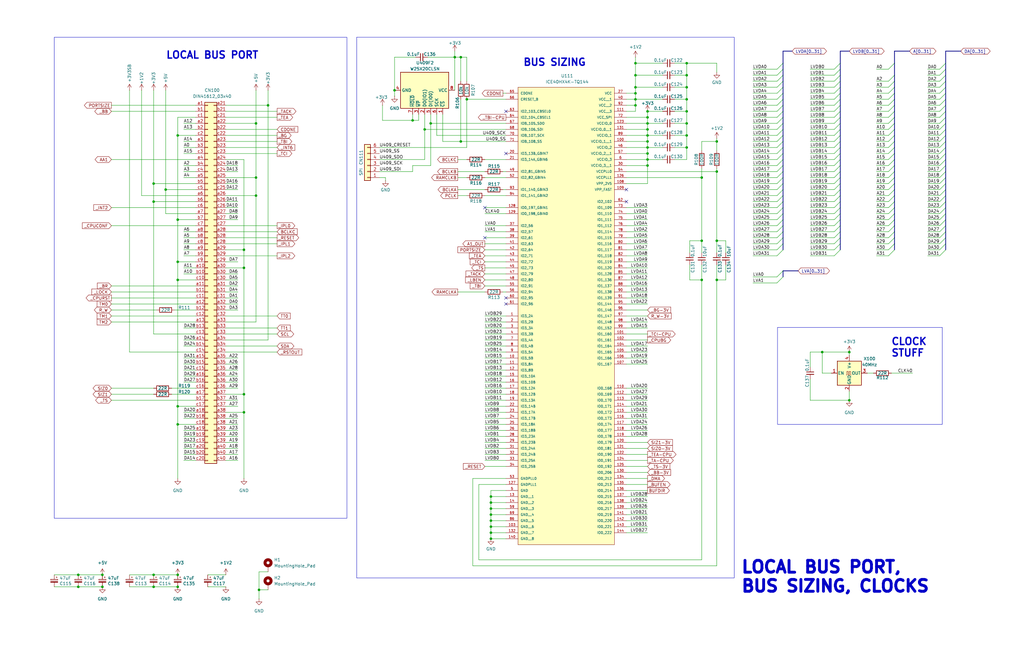
<source format=kicad_sch>
(kicad_sch (version 20231120) (generator "eeschema") (generator_version "8.0")
  (paper "B")
  (title_block (title "AmigaPCI 68040 Local Bus Card") (date "2025-06-29") (rev "5.0"))
  (junction (at 64.77 85.09))
  (junction (at 289.56 62.23))
  (junction (at 273.05 49.53))
  (junction (at 69.85 80.01))
  (junction (at 289.56 31.75))
  (junction (at 179.07 54.61))
  (junction (at 289.56 26.67))
  (junction (at 273.05 52.07))
  (junction (at 102.87 166.37))
  (junction (at 295.91 101.6))
  (junction (at 207.01 217.17))
  (junction (at 267.97 44.45))
  (junction (at 173.99 50.8))
  (junction (at 74.93 57.15))
  (junction (at 289.56 41.91))
  (junction (at 191.77 24.13))
  (junction (at 194.31 59.69))
  (junction (at 196.85 41.91))
  (junction (at 302.26 101.6))
  (junction (at 207.01 227.33))
  (junction (at 74.93 110.49))
  (junction (at 33.02 242.57))
  (junction (at 207.01 219.71))
  (junction (at 267.97 31.75))
  (junction (at 207.01 224.79))
  (junction (at 194.31 24.13))
  (junction (at 207.01 212.09))
  (junction (at 113.03 44.45))
  (junction (at 273.05 59.69))
  (junction (at 74.93 247.65))
  (junction (at 64.77 77.47))
  (junction (at 102.87 113.03))
  (junction (at 43.18 242.57))
  (junction (at 295.91 118.11))
  (junction (at 109.22 248.92))
  (junction (at 289.56 52.07))
  (junction (at 289.56 46.99))
  (junction (at 74.93 118.11))
  (junction (at 302.26 72.39))
  (junction (at 302.26 118.11))
  (junction (at 102.87 173.99))
  (junction (at 273.05 64.77))
  (junction (at 181.61 52.07))
  (junction (at 74.93 92.71))
  (junction (at 273.05 67.31))
  (junction (at 273.05 69.85))
  (junction (at 166.37 38.1))
  (junction (at 74.93 242.57))
  (junction (at 102.87 105.41))
  (junction (at 358.14 168.91))
  (junction (at 207.01 222.25))
  (junction (at 107.95 52.07))
  (junction (at 74.93 179.07))
  (junction (at 33.02 247.65))
  (junction (at 273.05 46.99))
  (junction (at 346.71 148.59))
  (junction (at 267.97 26.67))
  (junction (at 273.05 57.15))
  (junction (at 289.56 57.15))
  (junction (at 302.26 59.69))
  (junction (at 267.97 36.83))
  (junction (at 207.01 209.55))
  (junction (at 295.91 74.93))
  (junction (at 289.56 36.83))
  (junction (at 267.97 41.91))
  (junction (at 74.93 171.45))
  (junction (at 358.14 148.59))
  (junction (at 273.05 62.23))
  (junction (at 107.95 82.55))
  (junction (at 273.05 54.61))
  (junction (at 267.97 39.37))
  (junction (at 207.01 214.63))
  (junction (at 64.77 242.57))
  (junction (at 64.77 247.65))
  (junction (at 43.18 247.65))
  (junction (at 107.95 74.93))
  (no_connect (at 204.47 100.33))
  (no_connect (at 204.47 87.63))
  (no_connect (at 213.36 125.73))
  (no_connect (at 264.16 80.01))
  (no_connect (at 213.36 46.99))
  (no_connect (at 264.16 85.09))
  (no_connect (at 213.36 128.27))
  (no_connect (at 213.36 64.77))
  (bus_entry (at 351.79 102.87) (size 2.54 -2.54))
  (bus_entry (at 327.66 69.85) (size 2.54 -2.54))
  (bus_entry (at 396.24 100.33) (size 2.54 -2.54))
  (bus_entry (at 327.66 87.63) (size 2.54 -2.54))
  (bus_entry (at 374.65 87.63) (size 2.54 -2.54))
  (bus_entry (at 374.65 82.55) (size 2.54 -2.54))
  (bus_entry (at 327.66 105.41) (size 2.54 -2.54))
  (bus_entry (at 327.66 77.47) (size 2.54 -2.54))
  (bus_entry (at 374.65 74.93) (size 2.54 -2.54))
  (bus_entry (at 374.65 44.45) (size 2.54 -2.54))
  (bus_entry (at 327.66 52.07) (size 2.54 -2.54))
  (bus_entry (at 327.66 107.95) (size 2.54 -2.54))
  (bus_entry (at 396.24 44.45) (size 2.54 -2.54))
  (bus_entry (at 351.79 44.45) (size 2.54 -2.54))
  (bus_entry (at 374.65 69.85) (size 2.54 -2.54))
  (bus_entry (at 374.65 49.53) (size 2.54 -2.54))
  (bus_entry (at 351.79 39.37) (size 2.54 -2.54))
  (bus_entry (at 351.79 87.63) (size 2.54 -2.54))
  (bus_entry (at 396.24 92.71) (size 2.54 -2.54))
  (bus_entry (at 396.24 69.85) (size 2.54 -2.54))
  (bus_entry (at 351.79 31.75) (size 2.54 -2.54))
  (bus_entry (at 374.65 72.39) (size 2.54 -2.54))
  (bus_entry (at 351.79 62.23) (size 2.54 -2.54))
  (bus_entry (at 351.79 100.33) (size 2.54 -2.54))
  (bus_entry (at 374.65 107.95) (size 2.54 -2.54))
  (bus_entry (at 351.79 77.47) (size 2.54 -2.54))
  (bus_entry (at 351.79 105.41) (size 2.54 -2.54))
  (bus_entry (at 396.24 74.93) (size 2.54 -2.54))
  (bus_entry (at 374.65 34.29) (size 2.54 -2.54))
  (bus_entry (at 327.66 102.87) (size 2.54 -2.54))
  (bus_entry (at 327.66 74.93) (size 2.54 -2.54))
  (bus_entry (at 374.65 36.83) (size 2.54 -2.54))
  (bus_entry (at 396.24 31.75) (size 2.54 -2.54))
  (bus_entry (at 396.24 72.39) (size 2.54 -2.54))
  (bus_entry (at 374.65 92.71) (size 2.54 -2.54))
  (bus_entry (at 351.79 69.85) (size 2.54 -2.54))
  (bus_entry (at 327.66 49.53) (size 2.54 -2.54))
  (bus_entry (at 396.24 105.41) (size 2.54 -2.54))
  (bus_entry (at 396.24 80.01) (size 2.54 -2.54))
  (bus_entry (at 396.24 59.69) (size 2.54 -2.54))
  (bus_entry (at 351.79 64.77) (size 2.54 -2.54))
  (bus_entry (at 374.65 62.23) (size 2.54 -2.54))
  (bus_entry (at 327.66 72.39) (size 2.54 -2.54))
  (bus_entry (at 351.79 97.79) (size 2.54 -2.54))
  (bus_entry (at 396.24 57.15) (size 2.54 -2.54))
  (bus_entry (at 396.24 52.07) (size 2.54 -2.54))
  (bus_entry (at 327.66 39.37) (size 2.54 -2.54))
  (bus_entry (at 351.79 34.29) (size 2.54 -2.54))
  (bus_entry (at 327.66 57.15) (size 2.54 -2.54))
  (bus_entry (at 374.65 29.21) (size 2.54 -2.54))
  (bus_entry (at 396.24 39.37) (size 2.54 -2.54))
  (bus_entry (at 396.24 41.91) (size 2.54 -2.54))
  (bus_entry (at 351.79 92.71) (size 2.54 -2.54))
  (bus_entry (at 374.65 80.01) (size 2.54 -2.54))
  (bus_entry (at 327.66 67.31) (size 2.54 -2.54))
  (bus_entry (at 396.24 102.87) (size 2.54 -2.54))
  (bus_entry (at 374.65 85.09) (size 2.54 -2.54))
  (bus_entry (at 396.24 49.53) (size 2.54 -2.54))
  (bus_entry (at 396.24 85.09) (size 2.54 -2.54))
  (bus_entry (at 374.65 57.15) (size 2.54 -2.54))
  (bus_entry (at 396.24 107.95) (size 2.54 -2.54))
  (bus_entry (at 327.66 116.84) (size 2.54 -2.54))
  (bus_entry (at 327.66 59.69) (size 2.54 -2.54))
  (bus_entry (at 374.65 52.07) (size 2.54 -2.54))
  (bus_entry (at 327.66 97.79) (size 2.54 -2.54))
  (bus_entry (at 374.65 105.41) (size 2.54 -2.54))
  (bus_entry (at 351.79 90.17) (size 2.54 -2.54))
  (bus_entry (at 327.66 41.91) (size 2.54 -2.54))
  (bus_entry (at 396.24 64.77) (size 2.54 -2.54))
  (bus_entry (at 374.65 77.47) (size 2.54 -2.54))
  (bus_entry (at 396.24 77.47) (size 2.54 -2.54))
  (bus_entry (at 351.79 29.21) (size 2.54 -2.54))
  (bus_entry (at 396.24 46.99) (size 2.54 -2.54))
  (bus_entry (at 351.79 57.15) (size 2.54 -2.54))
  (bus_entry (at 327.66 31.75) (size 2.54 -2.54))
  (bus_entry (at 351.79 52.07) (size 2.54 -2.54))
  (bus_entry (at 351.79 107.95) (size 2.54 -2.54))
  (bus_entry (at 396.24 62.23) (size 2.54 -2.54))
  (bus_entry (at 327.66 92.71) (size 2.54 -2.54))
  (bus_entry (at 327.66 54.61) (size 2.54 -2.54))
  (bus_entry (at 327.66 36.83) (size 2.54 -2.54))
  (bus_entry (at 351.79 67.31) (size 2.54 -2.54))
  (bus_entry (at 396.24 36.83) (size 2.54 -2.54))
  (bus_entry (at 396.24 97.79) (size 2.54 -2.54))
  (bus_entry (at 327.66 34.29) (size 2.54 -2.54))
  (bus_entry (at 374.65 39.37) (size 2.54 -2.54))
  (bus_entry (at 351.79 72.39) (size 2.54 -2.54))
  (bus_entry (at 374.65 46.99) (size 2.54 -2.54))
  (bus_entry (at 351.79 95.25) (size 2.54 -2.54))
  (bus_entry (at 327.66 29.21) (size 2.54 -2.54))
  (bus_entry (at 374.65 41.91) (size 2.54 -2.54))
  (bus_entry (at 327.66 62.23) (size 2.54 -2.54))
  (bus_entry (at 327.66 85.09) (size 2.54 -2.54))
  (bus_entry (at 396.24 95.25) (size 2.54 -2.54))
  (bus_entry (at 327.66 46.99) (size 2.54 -2.54))
  (bus_entry (at 396.24 87.63) (size 2.54 -2.54))
  (bus_entry (at 396.24 54.61) (size 2.54 -2.54))
  (bus_entry (at 374.65 59.69) (size 2.54 -2.54))
  (bus_entry (at 327.66 82.55) (size 2.54 -2.54))
  (bus_entry (at 351.79 80.01) (size 2.54 -2.54))
  (bus_entry (at 327.66 90.17) (size 2.54 -2.54))
  (bus_entry (at 351.79 59.69) (size 2.54 -2.54))
  (bus_entry (at 351.79 54.61) (size 2.54 -2.54))
  (bus_entry (at 327.66 119.38) (size 2.54 -2.54))
  (bus_entry (at 327.66 44.45) (size 2.54 -2.54))
  (bus_entry (at 351.79 85.09) (size 2.54 -2.54))
  (bus_entry (at 351.79 74.93) (size 2.54 -2.54))
  (bus_entry (at 351.79 36.83) (size 2.54 -2.54))
  (bus_entry (at 351.79 46.99) (size 2.54 -2.54))
  (bus_entry (at 374.65 90.17) (size 2.54 -2.54))
  (bus_entry (at 374.65 67.31) (size 2.54 -2.54))
  (bus_entry (at 396.24 34.29) (size 2.54 -2.54))
  (bus_entry (at 374.65 54.61) (size 2.54 -2.54))
  (bus_entry (at 374.65 64.77) (size 2.54 -2.54))
  (bus_entry (at 351.79 82.55) (size 2.54 -2.54))
  (bus_entry (at 396.24 67.31) (size 2.54 -2.54))
  (bus_entry (at 396.24 90.17) (size 2.54 -2.54))
  (bus_entry (at 351.79 41.91) (size 2.54 -2.54))
  (bus_entry (at 327.66 95.25) (size 2.54 -2.54))
  (bus_entry (at 327.66 64.77) (size 2.54 -2.54))
  (bus_entry (at 351.79 49.53) (size 2.54 -2.54))
  (bus_entry (at 374.65 100.33) (size 2.54 -2.54))
  (bus_entry (at 374.65 102.87) (size 2.54 -2.54))
  (bus_entry (at 374.65 95.25) (size 2.54 -2.54))
  (bus_entry (at 396.24 82.55) (size 2.54 -2.54))
  (bus_entry (at 327.66 80.01) (size 2.54 -2.54))
  (bus_entry (at 374.65 97.79) (size 2.54 -2.54))
  (bus_entry (at 327.66 100.33) (size 2.54 -2.54))
  (bus_entry (at 396.24 29.21) (size 2.54 -2.54))
  (wire (pts (xy 204.47 140.97) (xy 213.36 140.97)))
  (wire (pts (xy 264.16 201.93) (xy 273.05 201.93)))
  (bus (pts (xy 330.2 95.25) (xy 330.2 97.79)))
  (wire (pts (xy 264.16 102.87) (xy 273.05 102.87)))
  (bus (pts (xy 377.19 26.67) (xy 377.19 31.75)))
  (wire (pts (xy 212.09 39.37) (xy 213.36 39.37)))
  (wire (pts (xy 391.16 74.93) (xy 396.24 74.93)))
  (bus (pts (xy 354.33 62.23) (xy 354.33 64.77)))
  (wire (pts (xy 181.61 52.07) (xy 213.36 52.07)))
  (bus (pts (xy 377.19 97.79) (xy 377.19 100.33)))
  (wire (pts (xy 204.47 153.67) (xy 213.36 153.67)))
  (bus (pts (xy 330.2 69.85) (xy 330.2 72.39)))
  (wire (pts (xy 264.16 97.79) (xy 273.05 97.79)))
  (wire (pts (xy 273.05 59.69) (xy 273.05 62.23)))
  (wire (pts (xy 100.33 168.91) (xy 95.25 168.91)))
  (wire (pts (xy 391.16 105.41) (xy 396.24 105.41)))
  (wire (pts (xy 207.01 207.01) (xy 207.01 209.55)))
  (wire (pts (xy 341.63 46.99) (xy 351.79 46.99)))
  (bus (pts (xy 330.2 31.75) (xy 330.2 34.29)))
  (wire (pts (xy 74.93 118.11) (xy 74.93 171.45)))
  (wire (pts (xy 273.05 130.81) (xy 264.16 130.81)))
  (wire (pts (xy 341.63 95.25) (xy 351.79 95.25)))
  (wire (pts (xy 191.77 38.1) (xy 191.77 24.13)))
  (wire (pts (xy 264.16 214.63) (xy 273.05 214.63)))
  (bus (pts (xy 354.33 102.87) (xy 354.33 105.41)))
  (wire (pts (xy 59.69 82.55) (xy 82.55 82.55)))
  (bus (pts (xy 330.2 97.79) (xy 330.2 100.33)))
  (wire (pts (xy 290.83 101.6) (xy 295.91 101.6)))
  (wire (pts (xy 391.16 87.63) (xy 396.24 87.63)))
  (wire (pts (xy 95.25 113.03) (xy 102.87 113.03)))
  (bus (pts (xy 398.78 62.23) (xy 398.78 59.69)))
  (wire (pts (xy 77.47 186.69) (xy 82.55 186.69)))
  (wire (pts (xy 369.57 54.61) (xy 374.65 54.61)))
  (bus (pts (xy 377.19 52.07) (xy 377.19 54.61)))
  (wire (pts (xy 64.77 242.57) (xy 74.93 242.57)))
  (wire (pts (xy 100.33 72.39) (xy 95.25 72.39)))
  (bus (pts (xy 354.33 95.25) (xy 354.33 97.79)))
  (wire (pts (xy 46.99 128.27) (xy 82.55 128.27)))
  (wire (pts (xy 196.85 62.23) (xy 196.85 41.91)))
  (wire (pts (xy 341.63 160.02) (xy 341.63 168.91)))
  (wire (pts (xy 264.16 115.57) (xy 273.05 115.57)))
  (bus (pts (xy 398.78 69.85) (xy 398.78 67.31)))
  (bus (pts (xy 398.78 97.79) (xy 398.78 95.25)))
  (wire (pts (xy 95.25 143.51) (xy 113.03 143.51)))
  (wire (pts (xy 69.85 38.1) (xy 69.85 80.01)))
  (wire (pts (xy 369.57 46.99) (xy 374.65 46.99)))
  (bus (pts (xy 377.19 57.15) (xy 377.19 59.69)))
  (wire (pts (xy 179.07 48.26) (xy 179.07 54.61)))
  (bus (pts (xy 398.78 52.07) (xy 398.78 49.53)))
  (wire (pts (xy 213.36 146.05) (xy 204.47 146.05)))
  (wire (pts (xy 213.36 181.61) (xy 204.47 181.61)))
  (wire (pts (xy 317.5 29.21) (xy 327.66 29.21)))
  (wire (pts (xy 369.57 82.55) (xy 374.65 82.55)))
  (wire (pts (xy 204.47 107.95) (xy 213.36 107.95)))
  (wire (pts (xy 100.33 110.49) (xy 95.25 110.49)))
  (bus (pts (xy 398.78 36.83) (xy 398.78 34.29)))
  (wire (pts (xy 77.47 153.67) (xy 82.55 153.67)))
  (wire (pts (xy 77.47 52.07) (xy 82.55 52.07)))
  (bus (pts (xy 330.2 62.23) (xy 330.2 64.77)))
  (wire (pts (xy 273.05 135.89) (xy 264.16 135.89)))
  (wire (pts (xy 289.56 36.83) (xy 289.56 31.75)))
  (wire (pts (xy 341.63 69.85) (xy 351.79 69.85)))
  (wire (pts (xy 196.85 67.31) (xy 193.04 67.31)))
  (wire (pts (xy 341.63 85.09) (xy 351.79 85.09)))
  (wire (pts (xy 375.92 157.48) (xy 384.81 157.48)))
  (wire (pts (xy 33.02 242.57) (xy 43.18 242.57)))
  (bus (pts (xy 398.78 59.69) (xy 398.78 57.15)))
  (bus (pts (xy 398.78 54.61) (xy 398.78 52.07)))
  (wire (pts (xy 267.97 36.83) (xy 279.4 36.83)))
  (wire (pts (xy 264.16 168.91) (xy 273.05 168.91)))
  (wire (pts (xy 317.5 92.71) (xy 327.66 92.71)))
  (wire (pts (xy 95.25 67.31) (xy 102.87 67.31)))
  (bus (pts (xy 330.2 92.71) (xy 330.2 95.25)))
  (wire (pts (xy 77.47 100.33) (xy 82.55 100.33)))
  (wire (pts (xy 369.57 64.77) (xy 374.65 64.77)))
  (bus (pts (xy 398.78 41.91) (xy 398.78 39.37)))
  (bus (pts (xy 354.33 52.07) (xy 354.33 54.61)))
  (wire (pts (xy 107.95 82.55) (xy 107.95 135.89)))
  (wire (pts (xy 201.93 204.47) (xy 213.36 204.47)))
  (wire (pts (xy 317.5 62.23) (xy 327.66 62.23)))
  (bus (pts (xy 398.78 64.77) (xy 398.78 62.23)))
  (wire (pts (xy 100.33 69.85) (xy 95.25 69.85)))
  (wire (pts (xy 95.25 102.87) (xy 116.84 102.87)))
  (wire (pts (xy 74.93 92.71) (xy 82.55 92.71)))
  (bus (pts (xy 398.78 80.01) (xy 398.78 77.47)))
  (wire (pts (xy 264.16 128.27) (xy 273.05 128.27)))
  (wire (pts (xy 317.5 87.63) (xy 327.66 87.63)))
  (wire (pts (xy 64.77 247.65) (xy 74.93 247.65)))
  (wire (pts (xy 77.47 97.79) (xy 82.55 97.79)))
  (wire (pts (xy 317.5 102.87) (xy 327.66 102.87)))
  (wire (pts (xy 204.47 143.51) (xy 213.36 143.51)))
  (wire (pts (xy 273.05 133.35) (xy 264.16 133.35)))
  (wire (pts (xy 317.5 34.29) (xy 327.66 34.29)))
  (bus (pts (xy 354.33 29.21) (xy 354.33 31.75)))
  (wire (pts (xy 77.47 161.29) (xy 82.55 161.29)))
  (wire (pts (xy 77.47 146.05) (xy 82.55 146.05)))
  (wire (pts (xy 341.63 34.29) (xy 351.79 34.29)))
  (wire (pts (xy 54.61 148.59) (xy 82.55 148.59)))
  (wire (pts (xy 369.57 44.45) (xy 374.65 44.45)))
  (wire (pts (xy 100.33 176.53) (xy 95.25 176.53)))
  (wire (pts (xy 100.33 120.65) (xy 95.25 120.65)))
  (wire (pts (xy 207.01 209.55) (xy 207.01 212.09)))
  (wire (pts (xy 204.47 123.19) (xy 193.04 123.19)))
  (wire (pts (xy 213.36 186.69) (xy 204.47 186.69)))
  (bus (pts (xy 330.2 46.99) (xy 330.2 49.53)))
  (wire (pts (xy 341.63 41.91) (xy 351.79 41.91)))
  (wire (pts (xy 369.57 59.69) (xy 374.65 59.69)))
  (bus (pts (xy 398.78 102.87) (xy 398.78 100.33)))
  (wire (pts (xy 95.25 148.59) (xy 116.84 148.59)))
  (wire (pts (xy 317.5 80.01) (xy 327.66 80.01)))
  (wire (pts (xy 204.47 113.03) (xy 213.36 113.03)))
  (wire (pts (xy 369.57 102.87) (xy 374.65 102.87)))
  (wire (pts (xy 95.25 146.05) (xy 116.84 146.05)))
  (wire (pts (xy 289.56 26.67) (xy 284.48 26.67)))
  (wire (pts (xy 267.97 41.91) (xy 267.97 44.45)))
  (bus (pts (xy 354.33 92.71) (xy 354.33 95.25)))
  (wire (pts (xy 369.57 29.21) (xy 374.65 29.21)))
  (wire (pts (xy 317.5 36.83) (xy 327.66 36.83)))
  (wire (pts (xy 264.16 95.25) (xy 273.05 95.25)))
  (wire (pts (xy 100.33 130.81) (xy 95.25 130.81)))
  (wire (pts (xy 346.71 148.59) (xy 358.14 148.59)))
  (wire (pts (xy 100.33 184.15) (xy 95.25 184.15)))
  (wire (pts (xy 273.05 62.23) (xy 279.4 62.23)))
  (wire (pts (xy 264.16 118.11) (xy 273.05 118.11)))
  (wire (pts (xy 317.5 69.85) (xy 327.66 69.85)))
  (bus (pts (xy 398.78 105.41) (xy 398.78 102.87)))
  (wire (pts (xy 264.16 146.05) (xy 273.05 146.05)))
  (wire (pts (xy 213.36 87.63) (xy 204.47 87.63)))
  (wire (pts (xy 267.97 24.13) (xy 267.97 26.67)))
  (wire (pts (xy 179.07 54.61) (xy 179.07 67.31)))
  (bus (pts (xy 377.19 54.61) (xy 377.19 57.15)))
  (wire (pts (xy 273.05 140.97) (xy 264.16 140.97)))
  (wire (pts (xy 179.07 67.31) (xy 160.02 67.31)))
  (wire (pts (xy 95.25 173.99) (xy 102.87 173.99)))
  (bus (pts (xy 330.2 102.87) (xy 330.2 105.41)))
  (wire (pts (xy 273.05 67.31) (xy 273.05 69.85)))
  (wire (pts (xy 77.47 184.15) (xy 82.55 184.15)))
  (wire (pts (xy 100.33 171.45) (xy 95.25 171.45)))
  (wire (pts (xy 391.16 82.55) (xy 396.24 82.55)))
  (wire (pts (xy 191.77 24.13) (xy 191.77 21.59)))
  (wire (pts (xy 317.5 100.33) (xy 327.66 100.33)))
  (wire (pts (xy 346.71 157.48) (xy 346.71 148.59)))
  (wire (pts (xy 273.05 49.53) (xy 273.05 52.07)))
  (wire (pts (xy 317.5 54.61) (xy 327.66 54.61)))
  (wire (pts (xy 273.05 46.99) (xy 273.05 49.53)))
  (wire (pts (xy 77.47 113.03) (xy 82.55 113.03)))
  (wire (pts (xy 207.01 212.09) (xy 213.36 212.09)))
  (wire (pts (xy 369.57 67.31) (xy 374.65 67.31)))
  (bus (pts (xy 330.2 64.77) (xy 330.2 67.31)))
  (bus (pts (xy 330.2 87.63) (xy 330.2 90.17)))
  (bus (pts (xy 330.2 49.53) (xy 330.2 52.07)))
  (wire (pts (xy 273.05 181.61) (xy 264.16 181.61)))
  (wire (pts (xy 109.22 241.3) (xy 109.22 248.92)))
  (wire (pts (xy 196.85 24.13) (xy 194.31 24.13)))
  (wire (pts (xy 341.63 82.55) (xy 351.79 82.55)))
  (wire (pts (xy 109.22 248.92) (xy 113.03 248.92)))
  (wire (pts (xy 109.22 248.92) (xy 109.22 252.73)))
  (wire (pts (xy 204.47 97.79) (xy 213.36 97.79)))
  (wire (pts (xy 161.29 50.8) (xy 173.99 50.8)))
  (wire (pts (xy 391.16 92.71) (xy 396.24 92.71)))
  (bus (pts (xy 377.19 59.69) (xy 377.19 62.23)))
  (wire (pts (xy 74.93 171.45) (xy 82.55 171.45)))
  (wire (pts (xy 213.36 156.21) (xy 204.47 156.21)))
  (wire (pts (xy 74.93 179.07) (xy 74.93 201.93)))
  (wire (pts (xy 46.99 163.83) (xy 64.77 163.83)))
  (wire (pts (xy 100.33 186.69) (xy 95.25 186.69)))
  (wire (pts (xy 59.69 38.1) (xy 59.69 82.55)))
  (bus (pts (xy 354.33 72.39) (xy 354.33 74.93)))
  (wire (pts (xy 264.16 209.55) (xy 273.05 209.55)))
  (wire (pts (xy 181.61 69.85) (xy 173.99 69.85)))
  (wire (pts (xy 77.47 138.43) (xy 82.55 138.43)))
  (wire (pts (xy 273.05 179.07) (xy 264.16 179.07)))
  (wire (pts (xy 273.05 191.77) (xy 264.16 191.77)))
  (wire (pts (xy 284.48 67.31) (xy 289.56 67.31)))
  (wire (pts (xy 369.57 90.17) (xy 374.65 90.17)))
  (wire (pts (xy 173.99 69.85) (xy 173.99 72.39)))
  (wire (pts (xy 72.39 163.83) (xy 82.55 163.83)))
  (wire (pts (xy 267.97 26.67) (xy 279.4 26.67)))
  (bus (pts (xy 398.78 39.37) (xy 398.78 36.83)))
  (wire (pts (xy 264.16 107.95) (xy 273.05 107.95)))
  (wire (pts (xy 95.25 74.93) (xy 107.95 74.93)))
  (wire (pts (xy 302.26 101.6) (xy 306.07 101.6)))
  (wire (pts (xy 391.16 102.87) (xy 396.24 102.87)))
  (wire (pts (xy 391.16 77.47) (xy 396.24 77.47)))
  (wire (pts (xy 95.25 107.95) (xy 116.84 107.95)))
  (wire (pts (xy 317.5 74.93) (xy 327.66 74.93)))
  (wire (pts (xy 213.36 176.53) (xy 204.47 176.53)))
  (wire (pts (xy 273.05 138.43) (xy 264.16 138.43)))
  (wire (pts (xy 391.16 57.15) (xy 396.24 57.15)))
  (wire (pts (xy 273.05 52.07) (xy 279.4 52.07)))
  (wire (pts (xy 87.63 247.65) (xy 95.25 247.65)))
  (wire (pts (xy 273.05 186.69) (xy 264.16 186.69)))
  (bus (pts (xy 330.2 67.31) (xy 330.2 69.85)))
  (wire (pts (xy 264.16 46.99) (xy 267.97 46.99)))
  (bus (pts (xy 330.2 80.01) (xy 330.2 82.55)))
  (wire (pts (xy 290.83 118.11) (xy 295.91 118.11)))
  (bus (pts (xy 354.33 39.37) (xy 354.33 41.91)))
  (bus (pts (xy 377.19 87.63) (xy 377.19 90.17)))
  (wire (pts (xy 100.33 87.63) (xy 95.25 87.63)))
  (wire (pts (xy 289.56 31.75) (xy 289.56 26.67)))
  (bus (pts (xy 354.33 36.83) (xy 354.33 39.37)))
  (wire (pts (xy 95.25 138.43) (xy 116.84 138.43)))
  (wire (pts (xy 264.16 39.37) (xy 267.97 39.37)))
  (wire (pts (xy 74.93 171.45) (xy 74.93 179.07)))
  (wire (pts (xy 95.25 64.77) (xy 116.84 64.77)))
  (wire (pts (xy 264.16 153.67) (xy 273.05 153.67)))
  (bus (pts (xy 330.2 82.55) (xy 330.2 85.09)))
  (wire (pts (xy 264.16 110.49) (xy 273.05 110.49)))
  (wire (pts (xy 289.56 46.99) (xy 289.56 52.07)))
  (bus (pts (xy 330.2 26.67) (xy 330.2 29.21)))
  (wire (pts (xy 358.14 165.1) (xy 358.14 168.91)))
  (wire (pts (xy 273.05 54.61) (xy 273.05 57.15)))
  (bus (pts (xy 398.78 100.33) (xy 398.78 97.79)))
  (bus (pts (xy 398.78 31.75) (xy 398.78 29.21)))
  (wire (pts (xy 369.57 39.37) (xy 374.65 39.37)))
  (wire (pts (xy 74.93 49.53) (xy 82.55 49.53)))
  (wire (pts (xy 369.57 105.41) (xy 374.65 105.41)))
  (wire (pts (xy 289.56 62.23) (xy 289.56 67.31)))
  (bus (pts (xy 377.19 41.91) (xy 377.19 44.45)))
  (wire (pts (xy 264.16 59.69) (xy 273.05 59.69)))
  (wire (pts (xy 100.33 115.57) (xy 95.25 115.57)))
  (bus (pts (xy 398.78 46.99) (xy 398.78 44.45)))
  (bus (pts (xy 398.78 74.93) (xy 398.78 72.39)))
  (wire (pts (xy 341.63 87.63) (xy 351.79 87.63)))
  (wire (pts (xy 194.31 41.91) (xy 194.31 59.69)))
  (bus (pts (xy 354.33 100.33) (xy 354.33 102.87)))
  (wire (pts (xy 204.47 95.25) (xy 213.36 95.25)))
  (bus (pts (xy 377.19 74.93) (xy 377.19 77.47)))
  (wire (pts (xy 207.01 217.17) (xy 207.01 219.71)))
  (wire (pts (xy 273.05 62.23) (xy 273.05 64.77)))
  (wire (pts (xy 273.05 184.15) (xy 264.16 184.15)))
  (bus (pts (xy 377.19 102.87) (xy 377.19 105.41)))
  (wire (pts (xy 22.86 247.65) (xy 33.02 247.65)))
  (bus (pts (xy 354.33 74.93) (xy 354.33 77.47)))
  (wire (pts (xy 341.63 44.45) (xy 351.79 44.45)))
  (wire (pts (xy 100.33 194.31) (xy 95.25 194.31)))
  (wire (pts (xy 100.33 179.07) (xy 95.25 179.07)))
  (wire (pts (xy 213.36 194.31) (xy 204.47 194.31)))
  (wire (pts (xy 100.33 161.29) (xy 95.25 161.29)))
  (wire (pts (xy 204.47 171.45) (xy 213.36 171.45)))
  (wire (pts (xy 100.33 163.83) (xy 95.25 163.83)))
  (wire (pts (xy 341.63 92.71) (xy 351.79 92.71)))
  (wire (pts (xy 100.33 92.71) (xy 95.25 92.71)))
  (wire (pts (xy 317.5 77.47) (xy 327.66 77.47)))
  (wire (pts (xy 77.47 64.77) (xy 82.55 64.77)))
  (wire (pts (xy 72.39 166.37) (xy 82.55 166.37)))
  (wire (pts (xy 181.61 48.26) (xy 181.61 52.07)))
  (wire (pts (xy 100.33 156.21) (xy 95.25 156.21)))
  (bus (pts (xy 330.2 57.15) (xy 330.2 59.69)))
  (wire (pts (xy 100.33 128.27) (xy 95.25 128.27)))
  (wire (pts (xy 95.25 54.61) (xy 116.84 54.61)))
  (bus (pts (xy 377.19 44.45) (xy 377.19 46.99)))
  (wire (pts (xy 74.93 92.71) (xy 74.93 110.49)))
  (bus (pts (xy 330.2 34.29) (xy 330.2 36.83)))
  (bus (pts (xy 377.19 95.25) (xy 377.19 97.79)))
  (wire (pts (xy 46.99 120.65) (xy 82.55 120.65)))
  (wire (pts (xy 186.69 59.69) (xy 186.69 48.26)))
  (wire (pts (xy 74.93 118.11) (xy 82.55 118.11)))
  (wire (pts (xy 317.5 67.31) (xy 327.66 67.31)))
  (wire (pts (xy 341.63 90.17) (xy 351.79 90.17)))
  (wire (pts (xy 207.01 222.25) (xy 207.01 224.79)))
  (bus (pts (xy 354.33 21.59) (xy 358.14 21.59)))
  (wire (pts (xy 95.25 52.07) (xy 107.95 52.07)))
  (wire (pts (xy 95.25 95.25) (xy 116.84 95.25)))
  (wire (pts (xy 173.99 48.26) (xy 173.99 50.8)))
  (wire (pts (xy 289.56 46.99) (xy 289.56 41.91)))
  (wire (pts (xy 77.47 74.93) (xy 82.55 74.93)))
  (wire (pts (xy 82.55 90.17) (xy 69.85 90.17)))
  (wire (pts (xy 264.16 67.31) (xy 273.05 67.31)))
  (wire (pts (xy 207.01 207.01) (xy 213.36 207.01)))
  (bus (pts (xy 354.33 59.69) (xy 354.33 62.23)))
  (wire (pts (xy 302.26 238.76) (xy 302.26 118.11)))
  (wire (pts (xy 264.16 207.01) (xy 273.05 207.01)))
  (wire (pts (xy 295.91 59.69) (xy 302.26 59.69)))
  (bus (pts (xy 398.78 85.09) (xy 398.78 82.55)))
  (wire (pts (xy 295.91 63.5) (xy 295.91 59.69)))
  (wire (pts (xy 95.25 97.79) (xy 116.84 97.79)))
  (wire (pts (xy 213.36 74.93) (xy 204.47 74.93)))
  (wire (pts (xy 317.5 52.07) (xy 327.66 52.07)))
  (wire (pts (xy 77.47 54.61) (xy 82.55 54.61)))
  (wire (pts (xy 317.5 64.77) (xy 327.66 64.77)))
  (wire (pts (xy 273.05 173.99) (xy 264.16 173.99)))
  (wire (pts (xy 74.93 110.49) (xy 82.55 110.49)))
  (wire (pts (xy 273.05 143.51) (xy 264.16 143.51)))
  (wire (pts (xy 102.87 67.31) (xy 102.87 105.41)))
  (wire (pts (xy 273.05 77.47) (xy 264.16 77.47)))
  (wire (pts (xy 54.61 247.65) (xy 64.77 247.65)))
  (wire (pts (xy 95.25 44.45) (xy 113.03 44.45)))
  (wire (pts (xy 100.33 123.19) (xy 95.25 123.19)))
  (bus (pts (xy 330.2 41.91) (xy 330.2 44.45)))
  (wire (pts (xy 317.5 119.38) (xy 327.66 119.38)))
  (wire (pts (xy 95.25 133.35) (xy 116.84 133.35)))
  (wire (pts (xy 199.39 201.93) (xy 213.36 201.93)))
  (wire (pts (xy 284.48 31.75) (xy 289.56 31.75)))
  (wire (pts (xy 369.57 80.01) (xy 374.65 80.01)))
  (wire (pts (xy 341.63 107.95) (xy 351.79 107.95)))
  (wire (pts (xy 341.63 97.79) (xy 351.79 97.79)))
  (wire (pts (xy 46.99 168.91) (xy 82.55 168.91)))
  (wire (pts (xy 369.57 95.25) (xy 374.65 95.25)))
  (wire (pts (xy 207.01 214.63) (xy 213.36 214.63)))
  (bus (pts (xy 377.19 34.29) (xy 377.19 36.83)))
  (wire (pts (xy 213.36 82.55) (xy 204.47 82.55)))
  (wire (pts (xy 341.63 148.59) (xy 341.63 154.94)))
  (wire (pts (xy 341.63 72.39) (xy 351.79 72.39)))
  (wire (pts (xy 391.16 29.21) (xy 396.24 29.21)))
  (wire (pts (xy 213.36 67.31) (xy 204.47 67.31)))
  (wire (pts (xy 341.63 74.93) (xy 351.79 74.93)))
  (bus (pts (xy 377.19 39.37) (xy 377.19 41.91)))
  (bus (pts (xy 354.33 57.15) (xy 354.33 59.69)))
  (wire (pts (xy 207.01 217.17) (xy 213.36 217.17)))
  (wire (pts (xy 166.37 40.64) (xy 166.37 38.1)))
  (wire (pts (xy 204.47 80.01) (xy 193.04 80.01)))
  (wire (pts (xy 213.36 184.15) (xy 204.47 184.15)))
  (wire (pts (xy 199.39 201.93) (xy 199.39 238.76)))
  (wire (pts (xy 204.47 135.89) (xy 213.36 135.89)))
  (wire (pts (xy 267.97 41.91) (xy 279.4 41.91)))
  (bus (pts (xy 330.2 21.59) (xy 334.01 21.59)))
  (wire (pts (xy 69.85 80.01) (xy 82.55 80.01)))
  (wire (pts (xy 369.57 72.39) (xy 374.65 72.39)))
  (wire (pts (xy 369.57 62.23) (xy 374.65 62.23)))
  (wire (pts (xy 317.5 105.41) (xy 327.66 105.41)))
  (wire (pts (xy 295.91 71.12) (xy 295.91 74.93)))
  (wire (pts (xy 160.02 72.39) (xy 173.99 72.39)))
  (bus (pts (xy 377.19 49.53) (xy 377.19 52.07)))
  (wire (pts (xy 207.01 214.63) (xy 207.01 217.17)))
  (wire (pts (xy 77.47 107.95) (xy 82.55 107.95)))
  (wire (pts (xy 341.63 100.33) (xy 351.79 100.33)))
  (wire (pts (xy 273.05 57.15) (xy 273.05 59.69)))
  (wire (pts (xy 284.48 52.07) (xy 289.56 52.07)))
  (wire (pts (xy 341.63 64.77) (xy 351.79 64.77)))
  (wire (pts (xy 264.16 151.13) (xy 273.05 151.13)))
  (wire (pts (xy 341.63 54.61) (xy 351.79 54.61)))
  (wire (pts (xy 95.25 140.97) (xy 116.84 140.97)))
  (wire (pts (xy 317.5 49.53) (xy 327.66 49.53)))
  (wire (pts (xy 273.05 67.31) (xy 279.4 67.31)))
  (bus (pts (xy 354.33 90.17) (xy 354.33 92.71)))
  (wire (pts (xy 46.99 95.25) (xy 82.55 95.25)))
  (wire (pts (xy 213.36 161.29) (xy 204.47 161.29)))
  (wire (pts (xy 95.25 46.99) (xy 116.84 46.99)))
  (wire (pts (xy 267.97 36.83) (xy 267.97 39.37)))
  (bus (pts (xy 354.33 44.45) (xy 354.33 46.99)))
  (wire (pts (xy 77.47 59.69) (xy 82.55 59.69)))
  (wire (pts (xy 196.85 82.55) (xy 193.04 82.55)))
  (bus (pts (xy 330.2 59.69) (xy 330.2 62.23)))
  (wire (pts (xy 317.5 85.09) (xy 327.66 85.09)))
  (wire (pts (xy 100.33 125.73) (xy 95.25 125.73)))
  (wire (pts (xy 107.95 135.89) (xy 95.25 135.89)))
  (wire (pts (xy 369.57 85.09) (xy 374.65 85.09)))
  (wire (pts (xy 391.16 41.91) (xy 396.24 41.91)))
  (wire (pts (xy 264.16 204.47) (xy 273.05 204.47)))
  (wire (pts (xy 100.33 80.01) (xy 95.25 80.01)))
  (bus (pts (xy 330.2 44.45) (xy 330.2 46.99)))
  (bus (pts (xy 330.2 74.93) (xy 330.2 77.47)))
  (wire (pts (xy 295.91 236.22) (xy 201.93 236.22)))
  (wire (pts (xy 273.05 199.39) (xy 264.16 199.39)))
  (bus (pts (xy 398.78 49.53) (xy 398.78 46.99)))
  (wire (pts (xy 100.33 181.61) (xy 95.25 181.61)))
  (wire (pts (xy 365.76 157.48) (xy 368.3 157.48)))
  (wire (pts (xy 302.26 26.67) (xy 302.26 30.48)))
  (wire (pts (xy 77.47 102.87) (xy 82.55 102.87)))
  (wire (pts (xy 100.33 118.11) (xy 95.25 118.11)))
  (wire (pts (xy 317.5 31.75) (xy 327.66 31.75)))
  (wire (pts (xy 213.36 118.11) (xy 204.47 118.11)))
  (wire (pts (xy 369.57 100.33) (xy 374.65 100.33)))
  (bus (pts (xy 330.2 114.3) (xy 336.55 114.3)))
  (wire (pts (xy 74.93 57.15) (xy 74.93 92.71)))
  (wire (pts (xy 341.63 77.47) (xy 351.79 77.47)))
  (wire (pts (xy 162.56 74.93) (xy 162.56 76.2)))
  (wire (pts (xy 196.85 34.29) (xy 196.85 24.13)))
  (wire (pts (xy 264.16 222.25) (xy 273.05 222.25)))
  (wire (pts (xy 207.01 219.71) (xy 213.36 219.71)))
  (bus (pts (xy 330.2 29.21) (xy 330.2 31.75)))
  (wire (pts (xy 77.47 69.85) (xy 82.55 69.85)))
  (wire (pts (xy 204.47 110.49) (xy 213.36 110.49)))
  (wire (pts (xy 369.57 97.79) (xy 374.65 97.79)))
  (bus (pts (xy 377.19 69.85) (xy 377.19 72.39)))
  (wire (pts (xy 267.97 39.37) (xy 267.97 41.91)))
  (wire (pts (xy 161.29 44.45) (xy 161.29 50.8)))
  (bus (pts (xy 398.78 90.17) (xy 398.78 87.63)))
  (wire (pts (xy 290.83 111.76) (xy 290.83 118.11)))
  (wire (pts (xy 160.02 62.23) (xy 196.85 62.23)))
  (wire (pts (xy 273.05 69.85) (xy 273.05 77.47)))
  (wire (pts (xy 341.63 49.53) (xy 351.79 49.53)))
  (wire (pts (xy 302.26 59.69) (xy 302.26 63.5)))
  (wire (pts (xy 391.16 36.83) (xy 396.24 36.83)))
  (bus (pts (xy 377.19 36.83) (xy 377.19 39.37)))
  (bus (pts (xy 354.33 67.31) (xy 354.33 69.85)))
  (wire (pts (xy 264.16 217.17) (xy 273.05 217.17)))
  (wire (pts (xy 391.16 107.95) (xy 396.24 107.95)))
  (wire (pts (xy 102.87 173.99) (xy 102.87 201.93)))
  (bus (pts (xy 354.33 80.01) (xy 354.33 82.55)))
  (wire (pts (xy 391.16 59.69) (xy 396.24 59.69)))
  (bus (pts (xy 377.19 100.33) (xy 377.19 102.87)))
  (wire (pts (xy 46.99 133.35) (xy 82.55 133.35)))
  (wire (pts (xy 284.48 46.99) (xy 289.56 46.99)))
  (wire (pts (xy 273.05 64.77) (xy 273.05 67.31)))
  (wire (pts (xy 22.86 242.57) (xy 33.02 242.57)))
  (bus (pts (xy 377.19 31.75) (xy 377.19 34.29)))
  (wire (pts (xy 184.15 57.15) (xy 213.36 57.15)))
  (wire (pts (xy 74.93 57.15) (xy 82.55 57.15)))
  (bus (pts (xy 330.2 77.47) (xy 330.2 80.01)))
  (bus (pts (xy 377.19 77.47) (xy 377.19 80.01)))
  (wire (pts (xy 341.63 31.75) (xy 351.79 31.75)))
  (wire (pts (xy 273.05 57.15) (xy 279.4 57.15)))
  (bus (pts (xy 354.33 31.75) (xy 354.33 34.29)))
  (wire (pts (xy 184.15 57.15) (xy 184.15 48.26)))
  (wire (pts (xy 341.63 105.41) (xy 351.79 105.41)))
  (wire (pts (xy 77.47 191.77) (xy 82.55 191.77)))
  (wire (pts (xy 273.05 194.31) (xy 264.16 194.31)))
  (wire (pts (xy 391.16 100.33) (xy 396.24 100.33)))
  (wire (pts (xy 204.47 191.77) (xy 213.36 191.77)))
  (wire (pts (xy 95.25 105.41) (xy 102.87 105.41)))
  (wire (pts (xy 264.16 74.93) (xy 295.91 74.93)))
  (wire (pts (xy 391.16 95.25) (xy 396.24 95.25)))
  (bus (pts (xy 398.78 44.45) (xy 398.78 41.91)))
  (wire (pts (xy 201.93 236.22) (xy 201.93 204.47)))
  (wire (pts (xy 213.36 173.99) (xy 204.47 173.99)))
  (wire (pts (xy 204.47 151.13) (xy 213.36 151.13)))
  (wire (pts (xy 369.57 52.07) (xy 374.65 52.07)))
  (wire (pts (xy 77.47 173.99) (xy 82.55 173.99)))
  (wire (pts (xy 107.95 38.1) (xy 107.95 52.07)))
  (wire (pts (xy 204.47 133.35) (xy 213.36 133.35)))
  (wire (pts (xy 77.47 176.53) (xy 82.55 176.53)))
  (wire (pts (xy 213.36 158.75) (xy 204.47 158.75)))
  (wire (pts (xy 207.01 219.71) (xy 207.01 222.25)))
  (wire (pts (xy 69.85 80.01) (xy 69.85 90.17)))
  (bus (pts (xy 354.33 97.79) (xy 354.33 100.33)))
  (wire (pts (xy 264.16 148.59) (xy 273.05 148.59)))
  (wire (pts (xy 113.03 44.45) (xy 113.03 143.51)))
  (wire (pts (xy 341.63 148.59) (xy 346.71 148.59)))
  (wire (pts (xy 264.16 176.53) (xy 273.05 176.53)))
  (wire (pts (xy 369.57 49.53) (xy 374.65 49.53)))
  (wire (pts (xy 391.16 85.09) (xy 396.24 85.09)))
  (wire (pts (xy 289.56 57.15) (xy 289.56 62.23)))
  (wire (pts (xy 273.05 171.45) (xy 264.16 171.45)))
  (wire (pts (xy 204.47 102.87) (xy 213.36 102.87)))
  (wire (pts (xy 369.57 34.29) (xy 374.65 34.29)))
  (bus (pts (xy 377.19 72.39) (xy 377.19 74.93)))
  (wire (pts (xy 391.16 49.53) (xy 396.24 49.53)))
  (wire (pts (xy 77.47 72.39) (xy 82.55 72.39)))
  (bus (pts (xy 377.19 21.59) (xy 383.54 21.59)))
  (wire (pts (xy 317.5 107.95) (xy 327.66 107.95)))
  (wire (pts (xy 64.77 140.97) (xy 82.55 140.97)))
  (wire (pts (xy 46.99 130.81) (xy 66.04 130.81)))
  (wire (pts (xy 46.99 166.37) (xy 64.77 166.37)))
  (bus (pts (xy 330.2 52.07) (xy 330.2 54.61)))
  (bus (pts (xy 354.33 41.91) (xy 354.33 44.45)))
  (wire (pts (xy 284.48 57.15) (xy 289.56 57.15)))
  (wire (pts (xy 273.05 224.79) (xy 264.16 224.79)))
  (wire (pts (xy 33.02 247.65) (xy 43.18 247.65)))
  (bus (pts (xy 330.2 54.61) (xy 330.2 57.15)))
  (bus (pts (xy 354.33 77.47) (xy 354.33 80.01)))
  (wire (pts (xy 264.16 120.65) (xy 273.05 120.65)))
  (bus (pts (xy 377.19 85.09) (xy 377.19 87.63)))
  (wire (pts (xy 64.77 38.1) (xy 64.77 77.47)))
  (bus (pts (xy 354.33 46.99) (xy 354.33 49.53)))
  (wire (pts (xy 213.36 115.57) (xy 204.47 115.57)))
  (wire (pts (xy 102.87 113.03) (xy 102.87 166.37)))
  (wire (pts (xy 107.95 52.07) (xy 107.95 74.93)))
  (wire (pts (xy 207.01 222.25) (xy 213.36 222.25)))
  (wire (pts (xy 46.99 125.73) (xy 82.55 125.73)))
  (bus (pts (xy 354.33 34.29) (xy 354.33 36.83)))
  (bus (pts (xy 330.2 36.83) (xy 330.2 39.37)))
  (wire (pts (xy 317.5 59.69) (xy 327.66 59.69)))
  (wire (pts (xy 77.47 158.75) (xy 82.55 158.75)))
  (bus (pts (xy 377.19 90.17) (xy 377.19 92.71)))
  (wire (pts (xy 317.5 90.17) (xy 327.66 90.17)))
  (wire (pts (xy 191.77 24.13) (xy 180.34 24.13)))
  (wire (pts (xy 264.16 163.83) (xy 273.05 163.83)))
  (wire (pts (xy 95.25 57.15) (xy 116.84 57.15)))
  (wire (pts (xy 264.16 72.39) (xy 302.26 72.39)))
  (wire (pts (xy 100.33 189.23) (xy 95.25 189.23)))
  (wire (pts (xy 264.16 49.53) (xy 273.05 49.53)))
  (wire (pts (xy 295.91 74.93) (xy 295.91 101.6)))
  (bus (pts (xy 354.33 54.61) (xy 354.33 57.15)))
  (bus (pts (xy 377.19 21.59) (xy 377.19 26.67)))
  (bus (pts (xy 377.19 80.01) (xy 377.19 82.55)))
  (wire (pts (xy 302.26 72.39) (xy 302.26 101.6)))
  (wire (pts (xy 204.47 100.33) (xy 213.36 100.33)))
  (wire (pts (xy 264.16 64.77) (xy 273.05 64.77)))
  (wire (pts (xy 95.25 49.53) (xy 116.84 49.53)))
  (wire (pts (xy 264.16 87.63) (xy 273.05 87.63)))
  (wire (pts (xy 213.36 123.19) (xy 212.09 123.19)))
  (wire (pts (xy 391.16 67.31) (xy 396.24 67.31)))
  (bus (pts (xy 377.19 67.31) (xy 377.19 69.85)))
  (bus (pts (xy 354.33 85.09) (xy 354.33 87.63)))
  (wire (pts (xy 95.25 59.69) (xy 116.84 59.69)))
  (wire (pts (xy 264.16 105.41) (xy 273.05 105.41)))
  (wire (pts (xy 391.16 90.17) (xy 396.24 90.17)))
  (wire (pts (xy 273.05 189.23) (xy 264.16 189.23)))
  (wire (pts (xy 100.33 158.75) (xy 95.25 158.75)))
  (wire (pts (xy 358.14 148.59) (xy 358.14 149.86)))
  (wire (pts (xy 341.63 36.83) (xy 351.79 36.83)))
  (wire (pts (xy 369.57 74.93) (xy 374.65 74.93)))
  (wire (pts (xy 204.47 72.39) (xy 193.04 72.39)))
  (wire (pts (xy 196.85 41.91) (xy 213.36 41.91)))
  (wire (pts (xy 207.01 209.55) (xy 213.36 209.55)))
  (wire (pts (xy 391.16 54.61) (xy 396.24 54.61)))
  (wire (pts (xy 264.16 69.85) (xy 273.05 69.85)))
  (wire (pts (xy 179.07 54.61) (xy 213.36 54.61)))
  (wire (pts (xy 264.16 219.71) (xy 273.05 219.71)))
  (wire (pts (xy 264.16 41.91) (xy 267.97 41.91)))
  (wire (pts (xy 341.63 59.69) (xy 351.79 59.69)))
  (wire (pts (xy 306.07 118.11) (xy 306.07 111.76)))
  (wire (pts (xy 295.91 118.11) (xy 295.91 236.22)))
  (wire (pts (xy 166.37 38.1) (xy 166.37 24.13)))
  (wire (pts (xy 213.36 72.39) (xy 212.09 72.39)))
  (bus (pts (xy 354.33 26.67) (xy 354.33 21.59)))
  (wire (pts (xy 213.36 138.43) (xy 204.47 138.43)))
  (wire (pts (xy 284.48 62.23) (xy 289.56 62.23)))
  (wire (pts (xy 341.63 80.01) (xy 351.79 80.01)))
  (wire (pts (xy 369.57 87.63) (xy 374.65 87.63)))
  (wire (pts (xy 77.47 115.57) (xy 82.55 115.57)))
  (wire (pts (xy 213.36 120.65) (xy 204.47 120.65)))
  (wire (pts (xy 73.66 130.81) (xy 82.55 130.81)))
  (wire (pts (xy 176.53 48.26) (xy 176.53 50.8)))
  (wire (pts (xy 95.25 166.37) (xy 102.87 166.37)))
  (wire (pts (xy 100.33 151.13) (xy 95.25 151.13)))
  (wire (pts (xy 77.47 105.41) (xy 82.55 105.41)))
  (wire (pts (xy 391.16 72.39) (xy 396.24 72.39)))
  (wire (pts (xy 306.07 101.6) (xy 306.07 106.68)))
  (wire (pts (xy 341.63 102.87) (xy 351.79 102.87)))
  (wire (pts (xy 207.01 224.79) (xy 207.01 227.33)))
  (wire (pts (xy 173.99 50.8) (xy 176.53 50.8)))
  (wire (pts (xy 302.26 26.67) (xy 289.56 26.67)))
  (wire (pts (xy 369.57 36.83) (xy 374.65 36.83)))
  (wire (pts (xy 46.99 135.89) (xy 82.55 135.89)))
  (bus (pts (xy 377.19 62.23) (xy 377.19 64.77)))
  (wire (pts (xy 64.77 85.09) (xy 82.55 85.09)))
  (wire (pts (xy 295.91 111.76) (xy 295.91 118.11)))
  (wire (pts (xy 264.16 62.23) (xy 273.05 62.23)))
  (bus (pts (xy 398.78 92.71) (xy 398.78 90.17)))
  (wire (pts (xy 341.63 29.21) (xy 351.79 29.21)))
  (wire (pts (xy 77.47 181.61) (xy 82.55 181.61)))
  (wire (pts (xy 317.5 116.84) (xy 327.66 116.84)))
  (bus (pts (xy 398.78 82.55) (xy 398.78 80.01)))
  (wire (pts (xy 317.5 97.79) (xy 327.66 97.79)))
  (wire (pts (xy 284.48 41.91) (xy 289.56 41.91)))
  (wire (pts (xy 194.31 59.69) (xy 213.36 59.69)))
  (wire (pts (xy 207.01 224.79) (xy 213.36 224.79)))
  (wire (pts (xy 264.16 90.17) (xy 273.05 90.17)))
  (bus (pts (xy 330.2 90.17) (xy 330.2 92.71)))
  (bus (pts (xy 354.33 64.77) (xy 354.33 67.31)))
  (wire (pts (xy 87.63 242.57) (xy 95.25 242.57)))
  (wire (pts (xy 100.33 153.67) (xy 95.25 153.67)))
  (wire (pts (xy 213.36 90.17) (xy 204.47 90.17)))
  (wire (pts (xy 391.16 46.99) (xy 396.24 46.99)))
  (wire (pts (xy 284.48 36.83) (xy 289.56 36.83)))
  (wire (pts (xy 213.36 163.83) (xy 204.47 163.83)))
  (wire (pts (xy 74.93 179.07) (xy 82.55 179.07)))
  (wire (pts (xy 317.5 82.55) (xy 327.66 82.55)))
  (wire (pts (xy 317.5 39.37) (xy 327.66 39.37)))
  (wire (pts (xy 391.16 80.01) (xy 396.24 80.01)))
  (wire (pts (xy 317.5 41.91) (xy 327.66 41.91)))
  (wire (pts (xy 273.05 166.37) (xy 264.16 166.37)))
  (wire (pts (xy 196.85 74.93) (xy 193.04 74.93)))
  (wire (pts (xy 264.16 125.73) (xy 273.05 125.73)))
  (wire (pts (xy 74.93 49.53) (xy 74.93 57.15)))
  (wire (pts (xy 77.47 62.23) (xy 82.55 62.23)))
  (wire (pts (xy 341.63 57.15) (xy 351.79 57.15)))
  (bus (pts (xy 398.78 21.59) (xy 405.13 21.59)))
  (bus (pts (xy 354.33 82.55) (xy 354.33 85.09)))
  (wire (pts (xy 267.97 26.67) (xy 267.97 31.75)))
  (wire (pts (xy 77.47 194.31) (xy 82.55 194.31)))
  (wire (pts (xy 369.57 41.91) (xy 374.65 41.91)))
  (wire (pts (xy 341.63 39.37) (xy 351.79 39.37)))
  (bus (pts (xy 354.33 69.85) (xy 354.33 72.39)))
  (wire (pts (xy 77.47 151.13) (xy 82.55 151.13)))
  (bus (pts (xy 398.78 34.29) (xy 398.78 31.75)))
  (wire (pts (xy 77.47 189.23) (xy 82.55 189.23)))
  (wire (pts (xy 204.47 148.59) (xy 213.36 148.59)))
  (wire (pts (xy 54.61 38.1) (xy 54.61 148.59)))
  (wire (pts (xy 350.52 157.48) (xy 346.71 157.48)))
  (wire (pts (xy 102.87 166.37) (xy 102.87 173.99)))
  (wire (pts (xy 267.97 44.45) (xy 267.97 46.99)))
  (wire (pts (xy 369.57 77.47) (xy 374.65 77.47)))
  (wire (pts (xy 273.05 52.07) (xy 273.05 54.61)))
  (wire (pts (xy 77.47 143.51) (xy 82.55 143.51)))
  (wire (pts (xy 267.97 31.75) (xy 267.97 36.83)))
  (wire (pts (xy 317.5 57.15) (xy 327.66 57.15)))
  (wire (pts (xy 264.16 57.15) (xy 273.05 57.15)))
  (wire (pts (xy 82.55 44.45) (xy 46.99 44.45)))
  (bus (pts (xy 398.78 77.47) (xy 398.78 74.93)))
  (wire (pts (xy 341.63 62.23) (xy 351.79 62.23)))
  (wire (pts (xy 369.57 57.15) (xy 374.65 57.15)))
  (wire (pts (xy 341.63 168.91) (xy 358.14 168.91)))
  (wire (pts (xy 341.63 67.31) (xy 351.79 67.31)))
  (wire (pts (xy 213.36 189.23) (xy 204.47 189.23)))
  (bus (pts (xy 398.78 57.15) (xy 398.78 54.61)))
  (wire (pts (xy 95.25 100.33) (xy 116.84 100.33)))
  (wire (pts (xy 95.25 62.23) (xy 116.84 62.23)))
  (bus (pts (xy 330.2 26.67) (xy 330.2 21.59)))
  (wire (pts (xy 391.16 31.75) (xy 396.24 31.75)))
  (bus (pts (xy 377.19 64.77) (xy 377.19 67.31)))
  (wire (pts (xy 267.97 31.75) (xy 279.4 31.75)))
  (bus (pts (xy 354.33 49.53) (xy 354.33 52.07)))
  (bus (pts (xy 330.2 39.37) (xy 330.2 41.91)))
  (wire (pts (xy 295.91 106.68) (xy 295.91 101.6)))
  (wire (pts (xy 289.56 52.07) (xy 289.56 57.15)))
  (wire (pts (xy 64.77 77.47) (xy 64.77 85.09)))
  (bus (pts (xy 330.2 85.09) (xy 330.2 87.63)))
  (wire (pts (xy 302.26 58.42) (xy 302.26 59.69)))
  (wire (pts (xy 391.16 69.85) (xy 396.24 69.85)))
  (wire (pts (xy 317.5 95.25) (xy 327.66 95.25)))
  (bus (pts (xy 398.78 67.31) (xy 398.78 64.77)))
  (wire (pts (xy 54.61 242.57) (xy 64.77 242.57)))
  (wire (pts (xy 302.26 118.11) (xy 306.07 118.11)))
  (wire (pts (xy 194.31 24.13) (xy 191.77 24.13)))
  (wire (pts (xy 181.61 69.85) (xy 181.61 52.07)))
  (wire (pts (xy 290.83 106.68) (xy 290.83 101.6)))
  (wire (pts (xy 302.26 106.68) (xy 302.26 101.6)))
  (bus (pts (xy 354.33 87.63) (xy 354.33 90.17)))
  (wire (pts (xy 46.99 87.63) (xy 82.55 87.63)))
  (wire (pts (xy 213.36 80.01) (xy 212.09 80.01)))
  (wire (pts (xy 264.16 52.07) (xy 273.05 52.07)))
  (wire (pts (xy 64.77 77.47) (xy 82.55 77.47)))
  (wire (pts (xy 102.87 105.41) (xy 102.87 113.03)))
  (wire (pts (xy 317.5 72.39) (xy 327.66 72.39)))
  (bus (pts (xy 398.78 72.39) (xy 398.78 69.85)))
  (wire (pts (xy 391.16 39.37) (xy 396.24 39.37)))
  (wire (pts (xy 77.47 156.21) (xy 82.55 156.21)))
  (wire (pts (xy 264.16 92.71) (xy 273.05 92.71)))
  (wire (pts (xy 207.01 212.09) (xy 207.01 214.63)))
  (wire (pts (xy 264.16 44.45) (xy 267.97 44.45)))
  (wire (pts (xy 100.33 77.47) (xy 95.25 77.47)))
  (wire (pts (xy 264.16 54.61) (xy 273.05 54.61)))
  (wire (pts (xy 302.26 118.11) (xy 302.26 111.76)))
  (wire (pts (xy 46.99 46.99) (xy 82.55 46.99)))
  (wire (pts (xy 160.02 74.93) (xy 162.56 74.93)))
  (wire (pts (xy 95.25 82.55) (xy 107.95 82.55)))
  (wire (pts (xy 166.37 24.13) (xy 175.26 24.13)))
  (wire (pts (xy 100.33 85.09) (xy 95.25 85.09)))
  (wire (pts (xy 391.16 64.77) (xy 396.24 64.77)))
  (wire (pts (xy 391.16 44.45) (xy 396.24 44.45)))
  (wire (pts (xy 264.16 100.33) (xy 273.05 100.33)))
  (wire (pts (xy 204.47 196.85) (xy 213.36 196.85)))
  (bus (pts (xy 398.78 95.25) (xy 398.78 92.71)))
  (wire (pts (xy 213.36 168.91) (xy 204.47 168.91)))
  (wire (pts (xy 100.33 191.77) (xy 95.25 191.77)))
  (bus (pts (xy 330.2 114.3) (xy 330.2 116.84)))
  (wire (pts (xy 264.16 113.03) (xy 273.05 113.03)))
  (wire (pts (xy 369.57 92.71) (xy 374.65 92.71)))
  (bus (pts (xy 354.33 26.67) (xy 354.33 29.21)))
  (wire (pts (xy 391.16 52.07) (xy 396.24 52.07)))
  (wire (pts (xy 391.16 62.23) (xy 396.24 62.23)))
  (wire (pts (xy 273.05 123.19) (xy 264.16 123.19)))
  (wire (pts (xy 186.69 59.69) (xy 194.31 59.69)))
  (wire (pts (xy 264.16 212.09) (xy 273.05 212.09)))
  (wire (pts (xy 213.36 166.37) (xy 204.47 166.37)))
  (bus (pts (xy 377.19 46.99) (xy 377.19 49.53)))
  (wire (pts (xy 273.05 196.85) (xy 264.16 196.85)))
  (bus (pts (xy 377.19 92.71) (xy 377.19 95.25)))
  (wire (pts (xy 46.99 123.19) (xy 82.55 123.19)))
  (wire (pts (xy 113.03 38.1) (xy 113.03 44.45)))
  (wire (pts (xy 341.63 52.07) (xy 351.79 52.07)))
  (wire (pts (xy 391.16 34.29) (xy 396.24 34.29)))
  (wire (pts (xy 204.47 179.07) (xy 213.36 179.07)))
  (wire (pts (xy 302.26 71.12) (xy 302.26 72.39)))
  (bus (pts (xy 330.2 72.39) (xy 330.2 74.93)))
  (wire (pts (xy 194.31 24.13) (xy 194.31 34.29)))
  (wire (pts (xy 273.05 46.99) (xy 279.4 46.99)))
  (bus (pts (xy 330.2 100.33) (xy 330.2 102.87)))
  (wire (pts (xy 100.33 90.17) (xy 95.25 90.17)))
  (bus (pts (xy 398.78 87.63) (xy 398.78 85.09)))
  (wire (pts (xy 113.03 241.3) (xy 109.22 241.3)))
  (wire (pts (xy 46.99 67.31) (xy 82.55 67.31)))
  (wire (pts (xy 391.16 97.79) (xy 396.24 97.79)))
  (wire (pts (xy 317.5 46.99) (xy 327.66 46.99)))
  (wire (pts (xy 64.77 85.09) (xy 64.77 140.97)))
  (wire (pts (xy 204.47 105.41) (xy 213.36 105.41)))
  (wire (pts (xy 207.01 227.33) (xy 213.36 227.33)))
  (wire (pts (xy 369.57 107.95) (xy 374.65 107.95)))
  (wire (pts (xy 289.56 41.91) (xy 289.56 36.83)))
  (wire (pts (xy 199.39 238.76) (xy 302.26 238.76)))
  (wire (pts (xy 74.93 110.49) (xy 74.93 118.11)))
  (bus (pts (xy 398.78 26.67) (xy 398.78 21.59)))
  (wire (pts (xy 107.95 82.55) (xy 107.95 74.93)))
  (wire (pts (xy 369.57 69.85) (xy 374.65 69.85)))
  (wire (pts (xy 317.5 44.45) (xy 327.66 44.45)))
  (bus (pts (xy 398.78 29.21) (xy 398.78 26.67)))
  (bus (pts (xy 377.19 82.55) (xy 377.19 85.09)))
  (rectangle (start 150.4 15.7) (end 309.6 243.9))
  (rectangle (start 327.86 138.16) (end 397.36 179.07))
  (rectangle (start 22.86 15.748) (end 146.304 218.694))
  (text "BUS SIZING" (at 220.472 28.194 0) (effects (font (size 3 3) (thickness 0.6) (bold yes)) (justify left bottom)))
  (text "CLOCK\nSTUFF" (at 375.666 150.876 0) (effects (font (size 3 3) (thickness 0.6) (bold yes)) (justify left bottom)))
  (text "LOCAL BUS PORT, \nBUS SIZING, CLOCKS" (at 312.166 250.444 0) (effects (font (size 5 5) (thickness 1.2) (bold yes)) (justify left bottom)))
  (text "LOCAL BUS PORT" (at 69.85 25.146 0) (effects (font (size 3 3) (thickness 0.6) (bold yes)) (justify left bottom)))
  (label "U409_SDI" (at 160.02 72.39 0))
  (label "LVDB7" (at 204.47 176.53 0))
  (label "LVDB14" (at 204.47 148.59 0))
  (label "A2" (at 77.47 69.85 0))
  (label "LVDB22" (at 341.63 85.09 0))
  (label "LVDB16" (at 341.63 69.85 0))
  (label "A6" (at 77.47 97.79 0))
  (label "LVDB14" (at 341.63 64.77 0))
  (label "A20" (at 100.33 184.15 180))
  (label "DA2" (at 391.16 34.29 0))
  (label "A12" (at 77.47 52.07 0))
  (label "LVDA17" (at 273.05 146.05 180))
  (label "DA16" (at 100.33 77.47 180))
  (label "LVDB3" (at 204.47 191.77 0))
  (label "LVDB13" (at 204.47 156.21 0))
  (label "LVDB13" (at 341.63 62.23 0))
  (label "DA26" (at 391.16 95.25 0))
  (label "A13" (at 77.47 54.61 0))
  (label "LVDB15" (at 204.47 151.13 0))
  (label "LVDB18" (at 341.63 74.93 0))
  (label "LVDB0" (at 204.47 194.31 0))
  (label "LVA0" (at 204.47 95.25 0))
  (label "DA1" (at 100.33 125.73 180))
  (label "LVDA26" (at 317.5 95.25 0))
  (label "DA25" (at 391.16 92.71 0))
  (label "DA29" (at 77.47 158.75 0))
  (label "A29" (at 369.57 102.87 0))
  (label "LVDB5" (at 341.63 41.91 0))
  (label "DA16" (at 391.16 69.85 0))
  (label "DA17" (at 391.16 72.39 0))
  (label "LVDA16" (at 273.05 120.65 180))
  (label "LVDB17" (at 204.47 153.67 0))
  (label "LVDA3" (at 273.05 87.63 180))
  (label "DA7" (at 100.33 110.49 180))
  (label "A9" (at 369.57 52.07 0))
  (label "CLK40" (at 204.47 90.17 0))
  (label "LVDB7" (at 341.63 46.99 0))
  (label "LVDB6" (at 341.63 44.45 0))
  (label "LVDA30" (at 273.05 173.99 180))
  (label "LVDB27" (at 341.63 97.79 0))
  (label "LVDA12" (at 273.05 118.11 180))
  (label "A10" (at 369.57 54.61 0))
  (label "LVDA13" (at 273.05 123.19 180))
  (label "DA13" (at 391.16 62.23 0))
  (label "DA29" (at 391.16 102.87 0))
  (label "A29" (at 100.33 163.83 180))
  (label "DA7" (at 391.16 46.99 0))
  (label "LVDB19" (at 341.63 77.47 0))
  (label "LVDA15" (at 317.5 67.31 0))
  (label "LVDB30" (at 273.05 219.71 180))
  (label "DA14" (at 77.47 194.31 0))
  (label "LVDA14" (at 273.05 135.89 180))
  (label "DA18" (at 391.16 74.93 0))
  (label "DA8" (at 391.16 49.53 0))
  (label "LVDA5" (at 273.05 100.33 180))
  (label "DA2" (at 100.33 120.65 180))
  (label "DA27" (at 391.16 97.79 0))
  (label "LVDB21" (at 273.05 217.17 180))
  (label "LVDB27" (at 273.05 224.79 180))
  (label "LVDB19" (at 204.47 143.51 0))
  (label "LVDB12" (at 204.47 161.29 0))
  (label "A10" (at 77.47 115.57 0))
  (label "A17" (at 369.57 72.39 0))
  (label "LVDA7" (at 273.05 105.41 180))
  (label "LVDB1" (at 204.47 184.15 0))
  (label "A26" (at 369.57 95.25 0))
  (label "DA28" (at 77.47 138.43 0))
  (label "LVDB11" (at 341.63 57.15 0))
  (label "LVDA25" (at 273.05 153.67 180))
  (label "LVDA23" (at 317.5 87.63 0))
  (label "LVDA16" (at 317.5 69.85 0))
  (label "DA3" (at 100.33 130.81 180))
  (label "LVDA22" (at 317.5 85.09 0))
  (label "LVDA1" (at 273.05 92.71 180))
  (label "LVDA23" (at 273.05 148.59 180))
  (label "LVDB30" (at 341.63 105.41 0))
  (label "LVDB10" (at 341.63 54.61 0))
  (label "LVDB17" (at 341.63 72.39 0))
  (label "LVDA30" (at 317.5 105.41 0))
  (label "LVDB12" (at 341.63 59.69 0))
  (label "LVDA21" (at 273.05 171.45 180))
  (label "LVDB20" (at 204.47 138.43 0))
  (label "LVDA2" (at 273.05 97.79 180))
  (label "A2" (at 369.57 34.29 0))
  (label "A5" (at 369.57 41.91 0))
  (label "LVDA12" (at 317.5 59.69 0))
  (label "A7" (at 369.57 46.99 0))
  (label "LVDA28" (at 273.05 184.15 180))
  (label "LVDB3" (at 341.63 36.83 0))
  (label "LVDB28" (at 341.63 100.33 0))
  (label "DA22" (at 77.47 176.53 0))
  (label "LVDA7" (at 317.5 46.99 0))
  (label "LVDA10" (at 273.05 113.03 180))
  (label "LVDB28" (at 273.05 209.55 180))
  (label "A27" (at 369.57 97.79 0))
  (label "LVDA14" (at 317.5 64.77 0))
  (label "LVDA29" (at 273.05 168.91 180))
  (label "DA9" (at 100.33 92.71 180))
  (label "DA23" (at 77.47 186.69 0))
  (label "A20" (at 369.57 80.01 0))
  (label "LVDB15" (at 341.63 67.31 0))
  (label "LVDA0" (at 273.05 90.17 180))
  (label "A19" (at 100.33 186.69 180))
  (label "A23" (at 100.33 181.61 180))
  (label "A6" (at 369.57 44.45 0))
  (label "LVDB31" (at 341.63 107.95 0))
  (label "A11" (at 77.47 113.03 0))
  (label "LVDB9" (at 204.47 171.45 0))
  (label "LVDA1" (at 317.5 31.75 0))
  (label "DA10" (at 100.33 87.63 180))
  (label "A0" (at 77.47 62.23 0))
  (label "LVDB25" (at 204.47 146.05 0))
  (label "A5" (at 77.47 100.33 0))
  (label "LVDB23" (at 204.47 140.97 0))
  (label "LVDA9" (at 317.5 52.07 0))
  (label "A28" (at 100.33 156.21 180))
  (label "LVDB24" (at 273.05 212.09 180))
  (label "A0" (at 369.57 29.21 0))
  (label "DA31" (at 391.16 107.95 0))
  (label "A9" (at 77.47 102.87 0))
  (label "A8" (at 77.47 105.41 0))
  (label "LVDB1" (at 341.63 31.75 0))
  (label "LVA1" (at 317.5 119.38 0))
  (label "DA13" (at 100.33 72.39 180))
  (label "LVDA26" (at 273.05 181.61 180))
  (label "LVDB2" (at 204.47 189.23 0))
  (label "A30" (at 100.33 161.29 180))
  (label "U409_SS" (at 213.36 59.69 180))
  (label "A25" (at 100.33 176.53 180))
  (label "DA10" (at 391.16 54.61 0))
  (label "DA19" (at 77.47 184.15 0))
  (label "A30" (at 369.57 105.41 0))
  (label "A22" (at 369.57 85.09 0))
  (label "LVDA3" (at 317.5 36.83 0))
  (label "A8" (at 369.57 49.53 0))
  (label "A24" (at 100.33 158.75 180))
  (label "LVDB8" (at 204.47 173.99 0))
  (label "LVDB0" (at 341.63 29.21 0))
  (label "LVDA4" (at 317.5 39.37 0))
  (label "DA23" (at 391.16 87.63 0))
  (label "A18" (at 369.57 74.93 0))
  (label "DA6" (at 391.16 44.45 0))
  (label "DA25" (at 77.47 181.61 0))
  (label "DA4" (at 100.33 123.19 180))
  (label "LVDA21" (at 317.5 82.55 0))
  (label "LVDA5" (at 317.5 41.91 0))
  (label "DA14" (at 391.16 64.77 0))
  (label "DA11" (at 100.33 85.09 180))
  (label "LVDB5" (at 204.47 179.07 0))
  (label "A17" (at 100.33 191.77 180))
  (label "DA5" (at 391.16 41.91 0))
  (label "A22" (at 100.33 151.13 180))
  (label "LVDA27" (at 317.5 97.79 0))
  (label "LVDB26" (at 273.05 214.63 180))
  (label "DA24" (at 77.47 146.05 0))
  (label "A31" (at 100.33 168.91 180))
  (label "A13" (at 369.57 62.23 0))
  (label "LVDA15" (at 273.05 138.43 180))
  (label "LVDB29" (at 341.63 102.87 0))
  (label "LVDA17" (at 317.5 72.39 0))
  (label "DA20" (at 77.47 173.99 0))
  (label "LVDA18" (at 273.05 125.73 180))
  (label "A23" (at 369.57 87.63 0))
  (label "DA21" (at 391.16 82.55 0))
  (label "U409_SCK" (at 213.36 57.15 180))
  (label "LVDA24" (at 317.5 90.17 0))
  (label "LVDA19" (at 273.05 151.13 180))
  (label "A24" (at 369.57 90.17 0))
  (label "DA21" (at 77.47 156.21 0))
  (label "LVDB26" (at 341.63 95.25 0))
  (label "DA5" (at 100.33 118.11 180))
  (label "LVDA8" (at 317.5 49.53 0))
  (label "A4" (at 369.57 39.37 0))
  (label "A31" (at 369.57 107.95 0))
  (label "DA30" (at 77.47 153.67 0))
  (label "DA31" (at 77.47 151.13 0))
  (label "LVDA4" (at 273.05 95.25 180))
  (label "LVDA27" (at 273.05 166.37 180))
  (label "A26" (at 100.33 153.67 180))
  (label "LVDB8" (at 341.63 49.53 0))
  (label "DA4" (at 391.16 39.37 0))
  (label "LVDA6" (at 273.05 102.87 180))
  (label "A12" (at 369.57 59.69 0))
  (label "LVDB31" (at 273.05 222.25 180))
  (label "LVDA0" (at 317.5 29.21 0))
  (label "CLK40" (at 384.81 157.48 180))
  (label "LVDB4" (at 341.63 39.37 0))
  (label "LVDB2" (at 341.63 34.29 0))
  (label "LVDB25" (at 341.63 92.71 0))
  (label "A25" (at 369.57 92.71 0))
  (label "DA22" (at 391.16 85.09 0))
  (label "DA17" (at 77.47 189.23 0))
  (label "DA8" (at 100.33 90.17 180))
  (label "A19" (at 369.57 77.47 0))
  (label "A7" (at 77.47 107.95 0))
  (label "LVDA6" (at 317.5 44.45 0))
  (label "A3" (at 77.47 72.39 0))
  (label "LVDB20" (at 341.63 80.01 0))
  (label "LVDB6" (at 204.47 181.61 0))
  (label "U409_CRESET" (at 160.02 62.23 0))
  (label "DA19" (at 391.16 77.47 0))
  (label "DA28" (at 391.16 100.33 0))
  (label "DA9" (at 391.16 52.07 0))
  (label "LVDA20" (at 273.05 163.83 180))
  (label "LVDA11" (at 273.05 115.57 180))
  (label "LVDB4" (at 204.47 186.69 0))
  (label "A14" (at 369.57 64.77 0))
  (label "LVDA11" (at 317.5 57.15 0))
  (label "LVDA29" (at 317.5 102.87 0))
  (label "A21" (at 100.33 179.07 180))
  (label "LVDA19" (at 317.5 77.47 0))
  (label "DA0" (at 100.33 128.27 180))
  (label "LVDA20" (at 317.5 80.01 0))
  (label "DA12" (at 100.33 80.01 180))
  (label "A16" (at 100.33 194.31 180))
  (label "A15" (at 369.57 67.31 0))
  (label "DA3" (at 391.16 36.83 0))
  (label "LVDA28" (at 317.5 100.33 0))
  (label "A16" (at 369.57 69.85 0))
  (label "DA20" (at 391.16 80.01 0))
  (label "LVA0" (at 317.5 116.84 0))
  (label "A11" (at 369.57 57.15 0))
  (label "DA15" (at 77.47 191.77 0))
  (label "U409_SDO" (at 160.02 67.31 0))
  (label "A14" (at 77.47 59.69 0))
  (label "LVDB18" (at 204.47 158.75 0))
  (label "DA12" (at 391.16 59.69 0))
  (label "LVDA25" (at 317.5 92.71 0))
  (label "LVDB16" (at 204.47 163.83 0))
  (label "DA18" (at 100.33 69.85 180))
  (label "DA6" (at 100.33 115.57 180))
  (label "DA26" (at 77.47 143.51 0))
  (label "LVDA13" (at 317.5 62.23 0))
  (label "A27" (at 100.33 171.45 180))
  (label "DA24" (at 391.16 90.17 0))
  (label "LVDA24" (at 273.05 179.07 180))
  (label "U409_SS" (at 160.02 64.77 0))
  (label "LVDB11" (at 204.47 168.91 0))
  (label "DA15" (at 391.16 67.31 0))
  (label "LVDB9" (at 341.63 52.07 0))
  (label "A15" (at 77.47 64.77 0))
  (label "LVDA9" (at 273.05 110.49 180))
  (label "DA27" (at 77.47 161.29 0))
  (label "DA0" (at 391.16 29.21 0))
  (label "LVDB10" (at 204.47 166.37 0))
  (label "DA30" (at 391.16 105.41 0))
  (label "A4" (at 77.47 74.93 0))
  (label "LVDA8" (at 273.05 107.95 180))
  (label "LVDB22" (at 204.47 135.89 0))
  (label "LVDB29" (at 204.47 133.35 0))
  (label "LVDB23" (at 341.63 87.63 0))
  (label "LVDA31" (at 273.05 176.53 180))
  (label "LVDA18" (at 317.5 74.93 0))
  (label "LVDA22" (at 273.05 128.27 180))
  (label "A18" (at 100.33 189.23 180))
  (label "LVDB24" (at 341.63 90.17 0))
  (label "A21" (at 369.57 82.55 0))
  (label "A28" (at 369.57 100.33 0))
  (label "LVA1" (at 204.47 97.79 0))
  (label "U409_SCK" (at 160.02 69.85 0))
  (label "DA1" (at 391.16 31.75 0))
  (label "A3" (at 369.57 36.83 0))
  (label "LVDA2" (at 317.5 34.29 0))
  (label "LVDB21" (at 341.63 82.55 0))
  (label "DA11" (at 391.16 57.15 0))
  (label "LVDA31" (at 317.5 107.95 0))
  (label "LVDA10" (at 317.5 54.61 0))
  (global_label "TT1" (shape input) (at 116.84 138.43 0) (property "Intersheetrefs" "${INTERSHEET_REFS}" (at 124.0812 138.43 0) (effects (justify left))))
  (global_label "_BB" (shape bidirectional) (at 46.99 46.99 180) (property "Intersheetrefs" "${INTERSHEET_REFS}" (at 39.4653 46.99 0) (effects (justify right))))
  (global_label "_TEA" (shape input) (at 204.47 107.95 180) (property "Intersheetrefs" "${INTERSHEET_REFS}" (at 197.312 107.95 0) (effects (justify right))))
  (global_label "BCLKC" (shape output) (at 193.04 67.31 180) (property "Intersheetrefs" "${INTERSHEET_REFS}" (at 185.293 67.31 0) (effects (justify right))))
  (global_label "_BUFEN" (shape output) (at 273.05 204.47 0) (property "Intersheetrefs" "${INTERSHEET_REFS}" (at 282.448 204.47 0) (effects (justify left))))
  (global_label "_CPURST" (shape output) (at 46.99 125.73 180) (property "Intersheetrefs" "${INTERSHEET_REFS}" (at 35.7196 125.73 0) (effects (justify right))))
  (global_label "PORTSIZE" (shape input) (at 204.47 105.41 180) (property "Intersheetrefs" "${INTERSHEET_REFS}" (at 192.4739 105.41 0) (effects (justify right))))
  (global_label "PCLK" (shape output) (at 193.04 82.55 180) (property "Intersheetrefs" "${INTERSHEET_REFS}" (at 184.15 82.55 0) (effects (justify right))))
  (global_label "SIZ0" (shape bidirectional) (at 46.99 163.83 180) (property "Intersheetrefs" "${INTERSHEET_REFS}" (at 38.6602 163.83 0) (effects (justify right))))
  (global_label "R_W-3V" (shape input) (at 273.05 133.35 0) (property "Intersheetrefs" "${INTERSHEET_REFS}" (at 283.464 133.096 0) (effects (justify left))))
  (global_label "_INT2" (shape input) (at 46.99 87.63 180) (property "Intersheetrefs" "${INTERSHEET_REFS}" (at 38.9248 87.63 0) (effects (justify right))))
  (global_label "SIZ0-3V" (shape input) (at 273.05 189.23 0) (property "Intersheetrefs" "${INTERSHEET_REFS}" (at 284.139 189.23 0) (effects (justify left))))
  (global_label "SCL" (shape bidirectional) (at 116.84 140.97 0) (property "Intersheetrefs" "${INTERSHEET_REFS}" (at 123.3328 140.97 0) (effects (justify left))))
  (global_label "_BG" (shape output) (at 116.84 57.15 0) (property "Intersheetrefs" "${INTERSHEET_REFS}" (at 123.3328 57.15 0) (effects (justify left))))
  (global_label "_TBI" (shape output) (at 116.84 59.69 0) (property "Intersheetrefs" "${INTERSHEET_REFS}" (at 123.6352 59.69 0) (effects (justify left))))
  (global_label "SDA" (shape bidirectional) (at 116.84 146.05 0) (property "Intersheetrefs" "${INTERSHEET_REFS}" (at 123.3933 146.05 0) (effects (justify left))))
  (global_label "_CPUCONF" (shape input) (at 46.99 95.25 180) (property "Intersheetrefs" "${INTERSHEET_REFS}" (at 34.1471 95.25 0) (effects (justify right))))
  (global_label "BCLKA" (shape output) (at 193.04 80.01 180) (property "Intersheetrefs" "${INTERSHEET_REFS}" (at 184.15 80.01 0) (effects (justify right))))
  (global_label "LVA[0..31]" (shape bidirectional) (at 336.55 114.3 0) (property "Intersheetrefs" "${INTERSHEET_REFS}" (at 350.012 114.3 0) (effects (justify left))))
  (global_label "BUFDIR" (shape output) (at 273.05 207.01 0) (property "Intersheetrefs" "${INTERSHEET_REFS}" (at 281.94 207.01 0) (effects (justify left))))
  (global_label "_TS" (shape bidirectional) (at 46.99 168.91 180) (property "Intersheetrefs" "${INTERSHEET_REFS}" (at 39.7488 168.91 0) (effects (justify right))))
  (global_label "_TS-3V" (shape input) (at 273.05 196.85 0) (property "Intersheetrefs" "${INTERSHEET_REFS}" (at 283.0504 196.85 0) (effects (justify left))))
  (global_label "_TEA" (shape output) (at 116.84 49.53 0) (property "Intersheetrefs" "${INTERSHEET_REFS}" (at 123.998 49.53 0) (effects (justify left))))
  (global_label "TT0" (shape input) (at 116.84 133.35 0) (property "Intersheetrefs" "${INTERSHEET_REFS}" (at 124.0812 133.35 0) (effects (justify left))))
  (global_label "_CPUBG" (shape output) (at 273.05 143.51 0) (property "Intersheetrefs" "${INTERSHEET_REFS}" (at 282.702 143.51 0) (effects (justify left))))
  (global_label "SIZ1" (shape bidirectional) (at 46.99 166.37 180) (property "Intersheetrefs" "${INTERSHEET_REFS}" (at 38.6602 166.37 0) (effects (justify right))))
  (global_label "_TCI" (shape input) (at 204.47 110.49 180) (property "Intersheetrefs" "${INTERSHEET_REFS}" (at 197.6748 110.49 0) (effects (justify right))))
  (global_label "PORTSIZE" (shape output) (at 46.99 44.45 180) (property "Intersheetrefs" "${INTERSHEET_REFS}" (at 34.9939 44.45 0) (effects (justify right))))
  (global_label "TM0" (shape input) (at 46.99 128.27 180) (property "Intersheetrefs" "${INTERSHEET_REFS}" (at 40.3763 128.27 0) (effects (justify right))))
  (global_label "_IPL2" (shape output) (at 116.84 107.95 0) (property "Intersheetrefs" "${INTERSHEET_REFS}" (at 124.9052 107.95 0) (effects (justify left))))
  (global_label "_RSTOUT" (shape input) (at 116.84 148.59 0) (property "Intersheetrefs" "${INTERSHEET_REFS}" (at 127.8685 148.59 0) (effects (justify left))))
  (global_label "_TBI" (shape input) (at 204.47 120.65 180) (property "Intersheetrefs" "${INTERSHEET_REFS}" (at 197.6748 120.65 0) (effects (justify right))))
  (global_label "_BB-3V" (shape input) (at 273.05 199.39 0) (property "Intersheetrefs" "${INTERSHEET_REFS}" (at 283.4133 199.39 0) (effects (justify left))))
  (global_label "_TACK" (shape input) (at 204.47 115.57 180) (property "Intersheetrefs" "${INTERSHEET_REFS}" (at 195.921 115.57 0) (effects (justify right))))
  (global_label "_LBEN" (shape input) (at 204.47 118.11 180) (property "Intersheetrefs" "${INTERSHEET_REFS}" (at 195.7396 118.11 0) (effects (justify right))))
  (global_label "_TCI" (shape output) (at 116.84 64.77 0) (property "Intersheetrefs" "${INTERSHEET_REFS}" (at 123.6352 64.77 0) (effects (justify left))))
  (global_label "_IPL0" (shape output) (at 116.84 95.25 0) (property "Intersheetrefs" "${INTERSHEET_REFS}" (at 124.9052 95.25 0) (effects (justify left))))
  (global_label "_BG-3V" (shape input) (at 273.05 130.81 0) (property "Intersheetrefs" "${INTERSHEET_REFS}" (at 283.4133 130.81 0) (effects (justify left))))
  (global_label "_TEA-CPU" (shape output) (at 273.05 191.77 0) (property "Intersheetrefs" "${INTERSHEET_REFS}" (at 285.6509 191.77 0) (effects (justify left))))
  (global_label "_TACK" (shape output) (at 116.84 46.99 0) (property "Intersheetrefs" "${INTERSHEET_REFS}" (at 125.389 46.99 0) (effects (justify left))))
  (global_label "R_W" (shape bidirectional) (at 46.99 130.81 180) (property "Intersheetrefs" "${INTERSHEET_REFS}" (at 40.767 130.81 0) (effects (justify right))))
  (global_label "_INT6" (shape input) (at 116.84 62.23 0) (property "Intersheetrefs" "${INTERSHEET_REFS}" (at 124.9052 62.23 0) (effects (justify left))))
  (global_label "TM1" (shape input) (at 46.99 133.35 180) (property "Intersheetrefs" "${INTERSHEET_REFS}" (at 40.3763 133.35 0) (effects (justify right))))
  (global_label "_IPL1" (shape output) (at 116.84 102.87 0) (property "Intersheetrefs" "${INTERSHEET_REFS}" (at 124.9052 102.87 0) (effects (justify left))))
  (global_label "A1_OUT" (shape output) (at 204.47 102.87 180) (property "Intersheetrefs" "${INTERSHEET_REFS}" (at 194.5905 102.87 0) (effects (justify right))))
  (global_label "AA1" (shape bidirectional) (at 46.99 67.31 180) (property "Intersheetrefs" "${INTERSHEET_REFS}" (at 39.5068 67.31 0) (effects (justify right))))
  (global_label "A[0..31]" (shape bidirectional) (at 383.54 21.59 0) (property "Intersheetrefs" "${INTERSHEET_REFS}" (at 386.08 19.05 0) (effects (justify left))))
  (global_label "DA[0..31]" (shape bidirectional) (at 405.13 21.59 0) (property "Intersheetrefs" "${INTERSHEET_REFS}" (at 408.432 18.796 0) (effects (justify left))))
  (global_label "BCLKC" (shape input) (at 116.84 97.79 0) (property "Intersheetrefs" "${INTERSHEET_REFS}" (at 124.587 97.79 0) (effects (justify left))))
  (global_label "SIZ1-3V" (shape input) (at 273.05 186.69 0) (property "Intersheetrefs" "${INTERSHEET_REFS}" (at 284.139 186.69 0) (effects (justify left))))
  (global_label "TM2" (shape input) (at 46.99 135.89 180) (property "Intersheetrefs" "${INTERSHEET_REFS}" (at 40.3763 135.89 0) (effects (justify right))))
  (global_label "_BR" (shape input) (at 46.99 120.65 180) (property "Intersheetrefs" "${INTERSHEET_REFS}" (at 40.4972 120.65 0) (effects (justify right))))
  (global_label "CDONE" (shape input) (at 116.84 54.61 0) (property "Intersheetrefs" "${INTERSHEET_REFS}" (at 126.1752 54.61 0) (effects (justify left))))
  (global_label "_TS" (shape output) (at 204.47 113.03 180) (property "Intersheetrefs" "${INTERSHEET_REFS}" (at 198.3401 113.03 0) (effects (justify right))))
  (global_label "_TA-CPU" (shape output) (at 273.05 194.31 0) (property "Intersheetrefs" "${INTERSHEET_REFS}" (at 284.5019 194.31 0) (effects (justify left))))
  (global_label "BCLKB" (shape output) (at 193.04 72.39 180) (property "Intersheetrefs" "${INTERSHEET_REFS}" (at 183.388 72.39 0) (effects (justify right))))
  (global_label "_RESET" (shape output) (at 116.84 100.33 0) (property "Intersheetrefs" "${INTERSHEET_REFS}" (at 126.5379 100.33 0) (effects (justify left))))
  (global_label "_LOCK" (shape input) (at 46.99 123.19 180) (property "Intersheetrefs" "${INTERSHEET_REFS}" (at 38.1386 123.19 0) (effects (justify right))))
  (global_label "_RESET" (shape input) (at 204.47 196.85 180) (property "Intersheetrefs" "${INTERSHEET_REFS}" (at 195.072 196.85 0) (effects (justify right))))
  (global_label "LVDB[0..31]" (shape bidirectional) (at 358.14 21.59 0) (property "Intersheetrefs" "${INTERSHEET_REFS}" (at 363.474 19.05 0) (effects (justify left))))
  (global_label "RAMCLKA" (shape output) (at 193.04 123.19 180) (property "Intersheetrefs" "${INTERSHEET_REFS}" (at 180.848 123.19 0) (effects (justify left))))
  (global_label "_TBI-CPU" (shape output) (at 213.36 49.53 180) (property "Intersheetrefs" "${INTERSHEET_REFS}" (at 201.1219 49.53 0) (effects (justify right))))
  (global_label "LVDA[0..31]" (shape bidirectional) (at 334.01 21.59 0) (property "Intersheetrefs" "${INTERSHEET_REFS}" (at 339.09 18.796 0) (effects (justify left))))
  (global_label "_DMA" (shape output) (at 273.05 201.93 0) (property "Intersheetrefs" "${INTERSHEET_REFS}" (at 282.702 201.93 0) (effects (justify left))))
  (global_label "_TCI-CPU" (shape output) (at 273.05 140.97 0) (property "Intersheetrefs" "${INTERSHEET_REFS}" (at 285.2881 140.97 0) (effects (justify left))))
  (global_label "RAMCLKB" (shape output) (at 193.04 74.93 180) (property "Intersheetrefs" "${INTERSHEET_REFS}" (at 181.864 74.93 0) (effects (justify right))))
  (global_label "CDONE" (shape output) (at 212.09 39.37 180) (property "Intersheetrefs" "${INTERSHEET_REFS}" (at 205.994 36.576 0) (effects (justify right))))
  (symbol (lib_id "power:GND") (at 95.25 247.65 0) (unit 1)
    (property "Reference" "#PWR022" (effects (hide yes)))
    (property "Value" "GND" (at 95.25 252.73 0))
    (property "Description" "Power symbol creates a global label with name \"GND\" , ground" (effects (hide yes)))
  )
  (symbol (lib_id "power:GND") (at 109.22 252.73 0) (unit 1)
    (property "Reference" "#PWR08" (effects (hide yes)))
    (property "Value" "GND" (at 109.22 257.81 0))
    (property "Description" "Power symbol creates a global label with name \"GND\" , ground" (effects (hide yes)))
  )
  (symbol (lib_id "Device:R") (at 208.28 72.39 270) (mirror x) (unit 1)
    (property "Reference" "R115" (at 208.28 70.104 90))
    (property "Value" "22R" (at 208.28 72.39 90))
    (property "Footprint" "Resistor_SMD:R_0603_1608Metric" (effects (hide yes)))
  )
  (symbol (lib_id "power:GND") (at 102.87 201.93 0) (mirror y) (unit 1)
    (property "Reference" "#PWR015" (effects (hide yes)))
    (property "Value" "GND" (at 102.87 207.01 0))
    (property "Description" "Power symbol creates a global label with name \"GND\" , ground" (effects (hide yes)))
  )
  (symbol (lib_id "Device:C_Small") (at 302.26 109.22 0) (unit 1)
    (property "Reference" "C133" (at 303.53 115.189 90) (effects (justify left)))
    (property "Value" "0.1uF" (at 303.53 108.458 90) (effects (justify left)))
    (property "Footprint" "Capacitor_SMD:C_0603_1608Metric" (effects (hide yes)))
  )
  (symbol (lib_id "AmigaPCI-Symbols:CP_Small-Device") (at 43.18 245.11 0) (mirror y) (unit 1)
    (property "Reference" "C138" (at 45.4152 246.2784 0) (effects (justify right)))
    (property "Value" "47uF" (at 45.4152 243.967 0) (effects (justify right)))
    (property "Footprint" "Capacitor_THT:CP_Radial_D5.0mm_P2.00mm" (effects (hide yes)))
  )
  (symbol (lib_id "Device:C_Small") (at 281.94 26.67 90) (unit 1)
    (property "Reference" "C122" (at 287.909 25.4 90) (effects (justify left)))
    (property "Value" "0.1uF" (at 281.178 25.4 90) (effects (justify left)))
    (property "Footprint" "Capacitor_SMD:C_0603_1608Metric" (effects (hide yes)))
  )
  (symbol (lib_id "Device:R") (at 194.31 38.1 0) (unit 1)
    (property "Reference" "R106" (at 192.913 45.974 90) (effects (justify left)))
    (property "Value" "10k" (at 194.31 40.005 90) (effects (justify left)))
    (property "Footprint" "Resistor_SMD:R_0603_1608Metric" (effects (hide yes)))
  )
  (symbol (lib_id "power:GND") (at 74.93 247.65 0) (unit 1)
    (property "Reference" "#PWR037" (effects (hide yes)))
    (property "Value" "GND" (at 74.93 252.73 0))
    (property "Description" "Power symbol creates a global label with name \"GND\" , ground" (effects (hide yes)))
  )
  (symbol (lib_id "AmigaPCI-Symbols:+3V3SB") (at 54.61 38.1 0) (unit 1)
    (property "Reference" "#PWR25" (effects (hide yes)))
    (property "Value" "+3V3SB" (at 54.61 34.798 90) (effects (justify left)))
    (property "Description" "Power symbol creates a global label with name \"+3V3\"" (effects (hide yes)))
  )
  (symbol (lib_id "Mechanical:MountingHole_Pad") (at 113.03 238.76 0) (unit 1) (exclude_from_sim yes) (in_bom no)
    (property "Reference" "H1" (at 115.57 236.2199 0) (effects (justify left)))
    (property "Value" "MountingHole_Pad" (at 115.57 238.7599 0) (effects (justify left)))
    (property "Footprint" "MountingHole:MountingHole_3.5mm_Pad" (effects (hide yes)))
    (property "Description" "Mounting Hole with connection" (effects (hide yes)))
  )
  (symbol (lib_id "Device:R") (at 200.66 67.31 270) (mirror x) (unit 1)
    (property "Reference" "R114" (at 200.66 69.596 90))
    (property "Value" "22R" (at 200.66 67.31 90))
    (property "Footprint" "Resistor_SMD:R_0603_1608Metric" (effects (hide yes)))
  )
  (symbol (lib_id "Device:R") (at 68.58 163.83 270) (mirror x) (unit 1)
    (property "Reference" "R119" (at 77.724 162.814 90))
    (property "Value" "22R" (at 68.58 163.83 90))
    (property "Footprint" "Resistor_SMD:R_0603_1608Metric" (effects (hide yes)))
  )
  (symbol (lib_id "Device:R") (at 208.28 80.01 270) (mirror x) (unit 1)
    (property "Reference" "R117" (at 208.28 77.724 90))
    (property "Value" "22R" (at 208.28 80.01 90))
    (property "Footprint" "Resistor_SMD:R_0603_1608Metric" (effects (hide yes)))
  )
  (symbol (lib_id "power:+1V2") (at 95.25 242.57 0) (unit 1)
    (property "Reference" "#PWR038" (effects (hide yes)))
    (property "Value" "+1V2" (at 95.25 237.49 0))
    (property "Description" "Power symbol creates a global label with name \"+1V2\"" (effects (hide yes)))
  )
  (symbol (lib_id "power:+1V2") (at 267.97 24.13 0) (unit 1)
    (property "Reference" "#PWR064" (effects (hide yes)))
    (property "Value" "+1V2" (at 267.97 19.812 0))
  )
  (symbol (lib_id "AmigaPCI-Symbols:CP_Small-Device") (at 54.61 245.11 0) (mirror y) (unit 1)
    (property "Reference" "C113" (at 56.8452 246.2784 0) (effects (justify right)))
    (property "Value" "47uF" (at 56.8452 243.967 0) (effects (justify right)))
    (property "Footprint" "Capacitor_THT:CP_Radial_D5.0mm_P2.00mm" (effects (hide yes)))
  )
  (symbol (lib_id "power:GND") (at 43.18 247.65 0) (unit 1)
    (property "Reference" "#PWR027" (effects (hide yes)))
    (property "Value" "GND" (at 43.18 252.73 0))
    (property "Description" "Power symbol creates a global label with name \"GND\" , ground" (effects (hide yes)))
  )
  (symbol (lib_id "AmigaPCI-Symbols:ICE40HX4K-TQ144") (at 238.76 125.73 0) (unit 1)
    (property "Reference" "U111" (at 239.141 32.004 0))
    (property "Value" "ICE40HX4K-TQ144" (at 239.141 34.544 0))
    (property "Footprint" "Package_QFP:LQFP-144_20x20mm_P0.5mm" (effects (hide yes)))
    (property "Description" "IC FPGA 107 I/O 144TQFP" (effects (hide yes)))
    (property "MF" "Lattice Semiconductor" (effects (hide yes)))
    (property "Package" "TQFP-144 Lattice Semiconductor" (effects (hide yes)))
    (property "Price" "None" (effects (hide yes)))
    (property "MP" "ICE40HX4K-TQ144" (effects (hide yes)))
    (property "Availability" "Unavailable" (effects (hide yes)))
  )
  (symbol (lib_id "Device:R") (at 69.85 130.81 270) (mirror x) (unit 1)
    (property "Reference" "R111" (at 77.724 129.794 90))
    (property "Value" "22R" (at 69.85 130.81 90))
    (property "Footprint" "Resistor_SMD:R_0603_1608Metric" (effects (hide yes)))
  )
  (symbol (lib_id "power:+3V3") (at 113.03 38.1 0) (mirror y) (unit 1)
    (property "Reference" "#PWR013" (effects (hide yes)))
    (property "Value" "+3V3" (at 113.03 33.02 90))
    (property "Description" "Power symbol creates a global label with name \"+3V3\"" (effects (hide yes)))
  )
  (symbol (lib_id "Device:C_Small") (at 281.94 31.75 90) (unit 1)
    (property "Reference" "C123" (at 287.909 30.48 90) (effects (justify left)))
    (property "Value" "0.1uF" (at 281.178 30.48 90) (effects (justify left)))
    (property "Footprint" "Capacitor_SMD:C_0603_1608Metric" (effects (hide yes)))
  )
  (symbol (lib_id "power:GND") (at 74.93 201.93 0) (unit 1)
    (property "Reference" "#PWR09" (effects (hide yes)))
    (property "Value" "GND" (at 74.93 207.01 0))
    (property "Description" "Power symbol creates a global label with name \"GND\" , ground" (effects (hide yes)))
  )
  (symbol (lib_id "power:+3V3") (at 358.14 148.59 0) (unit 1)
    (property "Reference" "#PWR017" (effects (hide yes)))
    (property "Value" "+3V3" (at 358.14 144.145 0))
  )
  (symbol (lib_id "AmigaPCI-Symbols:CP_Small-Device") (at 33.02 245.11 0) (mirror y) (unit 1)
    (property "Reference" "C116" (at 35.2552 246.2784 0) (effects (justify right)))
    (property "Value" "47uF" (at 35.2552 243.967 0) (effects (justify right)))
    (property "Footprint" "Capacitor_THT:CP_Radial_D5.0mm_P2.00mm" (effects (hide yes)))
  )
  (symbol (lib_id "power:+5V") (at 69.85 38.1 0) (unit 1)
    (property "Reference" "#PWR011" (effects (hide yes)))
    (property "Value" "+5V" (at 69.85 33.02 90))
    (property "Description" "Power symbol creates a global label with name \"+5V\"" (effects (hide yes)))
  )
  (symbol (lib_id "power:GND") (at 166.37 40.64 0) (unit 1)
    (property "Reference" "#PWR061" (effects (hide yes)))
    (property "Value" "GND" (at 166.37 45.72 0))
  )
  (symbol (lib_id "Device:C_Small") (at 281.94 41.91 90) (unit 1)
    (property "Reference" "C125" (at 287.909 40.64 90) (effects (justify left)))
    (property "Value" "0.1uF" (at 281.178 40.64 90) (effects (justify left)))
    (property "Footprint" "Capacitor_SMD:C_0603_1608Metric" (effects (hide yes)))
  )
  (symbol (lib_id "Device:R") (at 295.91 67.31 180) (unit 1)
    (property "Reference" "R108" (at 293.624 64.77 90) (effects (justify left)))
    (property "Value" "100R" (at 295.91 64.77 90) (effects (justify left)))
    (property "Footprint" "Resistor_SMD:R_0603_1608Metric" (effects (hide yes)))
  )
  (symbol (lib_id "power:+3V3") (at 161.29 44.45 0) (unit 1)
    (property "Reference" "#PWR059" (effects (hide yes)))
    (property "Value" "+3V3" (at 160.782 41.021 0))
  )
  (symbol (lib_id "Device:R") (at 68.58 166.37 270) (mirror x) (unit 1)
    (property "Reference" "R120" (at 77.724 165.354 90))
    (property "Value" "22R" (at 68.58 166.37 90))
    (property "Footprint" "Resistor_SMD:R_0603_1608Metric" (effects (hide yes)))
  )
  (symbol (lib_id "AmigaPCI-Symbols:CP_Small-Device") (at 64.77 245.11 0) (mirror y) (unit 1)
    (property "Reference" "C114" (at 67.0052 246.2784 0) (effects (justify right)))
    (property "Value" "47uF" (at 67.0052 243.967 0) (effects (justify right)))
    (property "Footprint" "Capacitor_THT:CP_Radial_D5.0mm_P2.00mm" (effects (hide yes)))
  )
  (symbol (lib_id "power:+1V2") (at 59.69 38.1 0) (unit 1)
    (property "Reference" "#PWR016" (effects (hide yes)))
    (property "Value" "+1V2" (at 59.69 33.02 90))
    (property "Description" "Power symbol creates a global label with name \"+1V2\"" (effects (hide yes)))
  )
  (symbol (lib_id "AmigaPCI-Symbols:DIN41612_03x40") (at 88.9 119.38 0) (unit 1)
    (property "Reference" "CN100" (at 89.4715 38.1 0))
    (property "Value" "DIN41612_03x40" (at 89.4715 40.64 0))
    (property "Footprint" "AmigaPCI:DIN41612_R_3x40_Male_Vertical_THT" (effects (hide yes)))
    (property "Description" "DIN41612 connector, three row, 03x40" (effects (hide yes)))
  )
  (symbol (lib_id "AmigaPCI-Symbols:CP_Small-Device") (at 87.63 245.11 0) (mirror y) (unit 1)
    (property "Reference" "C117" (at 89.8652 246.2784 0) (effects (justify right)))
    (property "Value" "47uF" (at 89.8652 243.967 0) (effects (justify right)))
    (property "Footprint" "Capacitor_THT:CP_Radial_D5.0mm_P2.00mm" (effects (hide yes)))
  )
  (symbol (lib_id "Device:R") (at 196.85 38.1 0) (unit 1)
    (property "Reference" "R107" (at 199.517 40.64 90) (effects (justify left)))
    (property "Value" "10k" (at 196.85 40.005 90) (effects (justify left)))
    (property "Footprint" "Resistor_SMD:R_0603_1608Metric" (effects (hide yes)))
  )
  (symbol (lib_id "AmigaPCI-Symbols:CP_Small-Device") (at 22.86 245.11 0) (mirror y) (unit 1)
    (property "Reference" "C115" (at 25.0952 246.2784 0) (effects (justify right)))
    (property "Value" "47uF" (at 25.0952 243.967 0) (effects (justify right)))
    (property "Footprint" "Capacitor_THT:CP_Radial_D5.0mm_P2.00mm" (effects (hide yes)))
  )
  (symbol (lib_id "power:GND") (at 162.56 76.2 0) (unit 1)
    (property "Reference" "#PWR060" (effects (hide yes)))
    (property "Value" "GND" (at 162.56 80.137 0))
  )
  (symbol (lib_id "power:+5V") (at 43.18 242.57 0) (unit 1)
    (property "Reference" "#PWR028" (effects (hide yes)))
    (property "Value" "+5V" (at 43.18 237.49 0))
    (property "Description" "Power symbol creates a global label with name \"+5V\"" (effects (hide yes)))
  )
  (symbol (lib_id "power:+3V3") (at 74.93 242.57 0) (unit 1)
    (property "Reference" "#PWR010" (effects (hide yes)))
    (property "Value" "+3V3" (at 74.93 237.49 0))
    (property "Description" "Power symbol creates a global label with name \"+3V3\"" (effects (hide yes)))
  )
  (symbol (lib_id "power:GND") (at 358.14 168.91 0) (unit 1)
    (property "Reference" "#PWR018" (effects (hide yes)))
    (property "Value" "GND" (at 358.14 174.117 0))
  )
  (symbol (lib_id "Device:R") (at 200.66 82.55 270) (mirror x) (unit 1)
    (property "Reference" "R118" (at 200.66 84.836 90))
    (property "Value" "22R" (at 200.66 82.55 90))
    (property "Footprint" "Resistor_SMD:R_0603_1608Metric" (effects (hide yes)))
  )
  (symbol (lib_id "Device:C_Small") (at 281.94 57.15 90) (unit 1)
    (property "Reference" "C128" (at 287.909 55.88 90) (effects (justify left)))
    (property "Value" "0.1uF" (at 281.178 55.88 90) (effects (justify left)))
    (property "Footprint" "Capacitor_SMD:C_0603_1608Metric" (effects (hide yes)))
  )
  (symbol (lib_id "Device:C_Small") (at 306.07 109.22 0) (unit 1)
    (property "Reference" "C134" (at 307.34 115.189 90) (effects (justify left)))
    (property "Value" "10uF" (at 307.34 108.458 90) (effects (justify left)))
    (property "Footprint" "Capacitor_SMD:C_0603_1608Metric" (effects (hide yes)))
  )
  (symbol (lib_id "Mechanical:MountingHole_Pad") (at 113.03 246.38 0) (unit 1) (exclude_from_sim yes) (in_bom no)
    (property "Reference" "H2" (at 115.57 243.8399 0) (effects (justify left)))
    (property "Value" "MountingHole_Pad" (at 115.57 246.3799 0) (effects (justify left)))
    (property "Footprint" "MountingHole:MountingHole_3.5mm_Pad" (effects (hide yes)))
    (property "Description" "Mounting Hole with connection" (effects (hide yes)))
  )
  (symbol (lib_id "Device:C_Small") (at 281.94 46.99 90) (unit 1)
    (property "Reference" "C126" (at 287.909 45.72 90) (effects (justify left)))
    (property "Value" "0.1uF" (at 281.178 45.72 90) (effects (justify left)))
    (property "Footprint" "Capacitor_SMD:C_0603_1608Metric" (effects (hide yes)))
  )
  (symbol (lib_id "Device:C_Small") (at 281.94 36.83 90) (unit 1)
    (property "Reference" "C124" (at 287.909 35.56 90) (effects (justify left)))
    (property "Value" "0.1uF" (at 281.178 35.56 90) (effects (justify left)))
    (property "Footprint" "Capacitor_SMD:C_0603_1608Metric" (effects (hide yes)))
  )
  (symbol (lib_id "Device:C_Small") (at 290.83 109.22 0) (unit 1)
    (property "Reference" "C131" (at 292.1 115.189 90) (effects (justify left)))
    (property "Value" "0.1uF" (at 292.1 108.458 90) (effects (justify left)))
    (property "Footprint" "Capacitor_SMD:C_0603_1608Metric" (effects (hide yes)))
  )
  (symbol (lib_id "power:GND") (at 207.01 227.33 0) (unit 1)
    (property "Reference" "#PWR063" (effects (hide yes)))
    (property "Value" "GND" (at 207.01 231.648 0))
  )
  (symbol (lib_id "Device:R") (at 372.11 157.48 270) (mirror x) (unit 1)
    (property "Reference" "R112" (at 372.11 159.385 90))
    (property "Value" "22R" (at 372.11 157.48 90))
    (property "Footprint" "Resistor_SMD:R_0603_1608Metric" (effects (hide yes)))
  )
  (symbol (lib_id "power:+3V3") (at 64.77 38.1 0) (unit 1)
    (property "Reference" "#PWR012" (effects (hide yes)))
    (property "Value" "+3V3" (at 64.77 33.02 90))
    (property "Description" "Power symbol creates a global label with name \"+3V3\"" (effects (hide yes)))
  )
  (symbol (lib_id "Device:R") (at 302.26 67.31 0) (mirror y) (unit 1)
    (property "Reference" "R109" (at 299.974 69.85 90) (effects (justify left)))
    (property "Value" "100R" (at 302.26 69.85 90) (effects (justify left)))
    (property "Footprint" "Resistor_SMD:R_0603_1608Metric" (effects (hide yes)))
  )
  (symbol (lib_id "power:+5V") (at 107.95 38.1 0) (mirror y) (unit 1)
    (property "Reference" "#PWR014" (effects (hide yes)))
    (property "Value" "+5V" (at 107.95 33.02 90))
    (property "Description" "Power symbol creates a global label with name \"+5V\"" (effects (hide yes)))
  )
  (symbol (lib_id "Device:R") (at 208.28 123.19 270) (mirror x) (unit 1)
    (property "Reference" "R113" (at 208.28 125.476 90))
    (property "Value" "22R" (at 208.28 123.19 90))
    (property "Footprint" "Resistor_SMD:R_0603_1608Metric" (effects (hide yes)))
  )
  (symbol (lib_id "AmigaPCI-Symbols:CP_Small-Device") (at 74.93 245.11 0) (mirror y) (unit 1)
    (property "Reference" "C135" (at 77.1652 246.2784 0) (effects (justify right)))
    (property "Value" "47uF" (at 77.1652 243.967 0) (effects (justify right)))
    (property "Footprint" "Capacitor_THT:CP_Radial_D5.0mm_P2.00mm" (effects (hide yes)))
  )
  (symbol (lib_id "power:+1V2") (at 302.26 58.42 0) (unit 1)
    (property "Reference" "#PWR066" (effects (hide yes)))
    (property "Value" "+1V2" (at 302.26 54.102 0))
  )
  (symbol (lib_id "power:+3V3") (at 273.05 46.99 0) (unit 1)
    (property "Reference" "#PWR065" (effects (hide yes)))
    (property "Value" "+3V3" (at 273.05 43.561 0))
  )
  (symbol (lib_id "Device:C_Small") (at 281.94 52.07 90) (unit 1)
    (property "Reference" "C127" (at 287.909 50.8 90) (effects (justify left)))
    (property "Value" "0.1uF" (at 281.178 50.8 90) (effects (justify left)))
    (property "Footprint" "Capacitor_SMD:C_0603_1608Metric" (effects (hide yes)))
  )
  (symbol (lib_id "Device:C_Small") (at 177.8 24.13 90) (unit 1)
    (property "Reference" "C136" (at 183.769 22.86 90) (effects (justify left)))
    (property "Value" "0.1uF" (at 177.038 22.86 90) (effects (justify left)))
    (property "Footprint" "Capacitor_SMD:C_0603_1608Metric" (effects (hide yes)))
  )
  (symbol (lib_id "Device:R") (at 200.66 74.93 270) (mirror x) (unit 1)
    (property "Reference" "R116" (at 200.66 77.216 90))
    (property "Value" "22R" (at 200.66 74.93 90))
    (property "Footprint" "Resistor_SMD:R_0603_1608Metric" (effects (hide yes)))
  )
  (symbol (lib_id "Device:C_Small") (at 281.94 62.23 90) (unit 1)
    (property "Reference" "C129" (at 287.909 60.96 90) (effects (justify left)))
    (property "Value" "0.1uF" (at 281.178 60.96 90) (effects (justify left)))
    (property "Footprint" "Capacitor_SMD:C_0603_1608Metric" (effects (hide yes)))
  )
  (symbol (lib_id "Device:C_Small") (at 341.63 157.48 0) (mirror y) (unit 1)
    (property "Reference" "C137" (at 340.36 163.449 90) (effects (justify left)))
    (property "Value" "0.1uF" (at 340.36 156.718 90) (effects (justify left)))
    (property "Footprint" "Capacitor_SMD:C_0603_1608Metric" (effects (hide yes)))
  )
  (symbol (lib_id "Oscillator:XO32") (at 358.14 157.48 0) (unit 1)
    (property "Reference" "X100" (at 366.649 151.384 0))
    (property "Value" "40MHz" (at 366.649 153.924 0))
    (property "Footprint" "Oscillator:Oscillator_SMD_ECS_2520MV-xxx-xx-4Pin_2.5x2.0mm" (effects (hide yes)))
    (property "Datasheet" "http://cdn-reichelt.de/documents/datenblatt/B400/XO32.pdf" (effects (hide yes)))
  )
  (symbol (lib_id "Device:C_Small") (at 281.94 67.31 90) (unit 1)
    (property "Reference" "C130" (at 287.909 66.04 90) (effects (justify left)))
    (property "Value" "0.1uF" (at 281.178 66.04 90) (effects (justify left)))
    (property "Footprint" "Capacitor_SMD:C_0603_1608Metric" (effects (hide yes)))
  )
  (symbol (lib_id "power:GND") (at 302.26 30.48 0) (unit 1)
    (property "Reference" "#PWR067" (effects (hide yes)))
    (property "Value" "GND" (at 302.26 34.798 0))
  )
  (symbol (lib_id "Memory_Flash:W25X20CLSN") (at 179.07 38.1 270) (mirror x) (unit 1)
    (property "Reference" "U409F2" (at 179.197 26.543 90))
    (property "Value" "W25X20CLSN" (at 179.197 29.083 90))
    (property "Footprint" "Package_SO:SOIC-8_3.9x4.9mm_P1.27mm" (effects (hide yes)))
    (property "Datasheet" "https://www.winbond.com/resource-files/w25x20cl_revf%2020150806.pdf" (effects (hide yes)))
  )
  (symbol (lib_id "Connector_Generic:Conn_01x06") (at 154.94 69.85 180) (unit 1) (in_bom no)
    (property "Reference" "CN111" (at 152.273 66.421 90))
    (property "Value" "SPI" (at 152.273 72.517 90))
    (property "Footprint" "Connector_PinHeader_2.54mm:PinHeader_1x06_P2.54mm_Vertical" (effects (hide yes)))
  )
  (symbol (lib_id "Device:C_Small") (at 295.91 109.22 0) (unit 1)
    (property "Reference" "C132" (at 297.18 115.189 90) (effects (justify left)))
    (property "Value" "10uF" (at 297.18 108.458 90) (effects (justify left)))
    (property "Footprint" "Capacitor_SMD:C_0603_1608Metric" (effects (hide yes)))
  )
  (symbol (lib_id "power:+3V3") (at 191.77 21.59 0) (unit 1)
    (property "Reference" "#PWR062" (effects (hide yes)))
    (property "Value" "+3V3" (at 191.77 18.161 0))
  )
)
</source>
